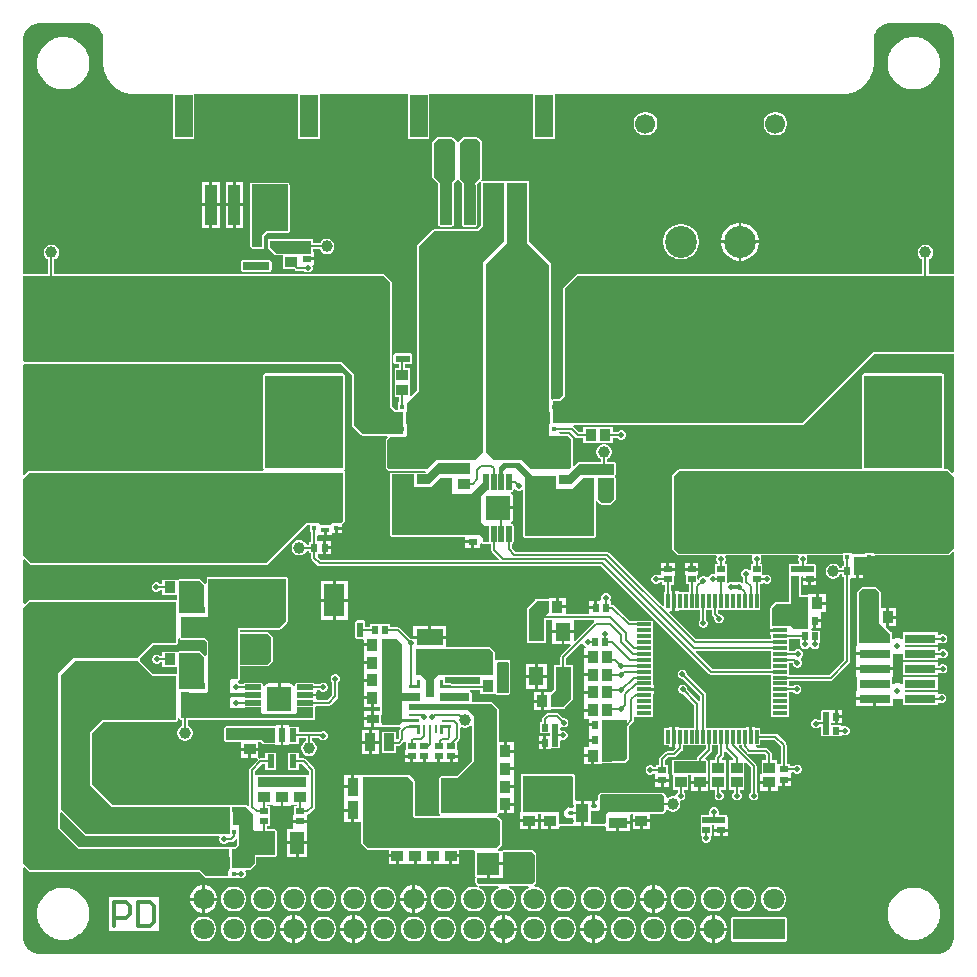
<source format=gbr>
%TF.GenerationSoftware,Altium Limited,Altium Designer,21.6.1 (37)*%
G04 Layer_Physical_Order=1*
G04 Layer_Color=255*
%FSLAX45Y45*%
%MOMM*%
%TF.SameCoordinates,308497C2-864B-4A42-B135-7B231B7309CE*%
%TF.FilePolarity,Positive*%
%TF.FileFunction,Copper,L1,Top,Signal*%
%TF.Part,Single*%
G01*
G75*
%TA.AperFunction,SMDPad,CuDef*%
%ADD10R,0.35000X0.66000*%
%ADD11R,0.35000X0.43000*%
%ADD12R,1.25000X1.10000*%
%ADD13R,0.66000X0.35000*%
%ADD14R,0.43000X0.35000*%
%ADD15R,1.10000X1.25000*%
%ADD16R,0.60000X0.55000*%
%ADD17C,1.00000*%
%ADD18R,0.65000X0.55000*%
%ADD19R,1.00000X0.95000*%
%ADD20R,1.00000X3.40000*%
%ADD21R,1.50000X3.60000*%
G04:AMPARAMS|DCode=22|XSize=0.45mm|YSize=0.3mm|CornerRadius=0.06mm|HoleSize=0mm|Usage=FLASHONLY|Rotation=180.000|XOffset=0mm|YOffset=0mm|HoleType=Round|Shape=RoundedRectangle|*
%AMROUNDEDRECTD22*
21,1,0.45000,0.18000,0,0,180.0*
21,1,0.33000,0.30000,0,0,180.0*
1,1,0.12000,-0.16500,0.09000*
1,1,0.12000,0.16500,0.09000*
1,1,0.12000,0.16500,-0.09000*
1,1,0.12000,-0.16500,-0.09000*
%
%ADD22ROUNDEDRECTD22*%
G04:AMPARAMS|DCode=23|XSize=1mm|YSize=1.6mm|CornerRadius=0.06mm|HoleSize=0mm|Usage=FLASHONLY|Rotation=180.000|XOffset=0mm|YOffset=0mm|HoleType=Round|Shape=RoundedRectangle|*
%AMROUNDEDRECTD23*
21,1,1.00000,1.48000,0,0,180.0*
21,1,0.88000,1.60000,0,0,180.0*
1,1,0.12000,-0.44000,0.74000*
1,1,0.12000,0.44000,0.74000*
1,1,0.12000,0.44000,-0.74000*
1,1,0.12000,-0.44000,-0.74000*
%
%ADD23ROUNDEDRECTD23*%
%ADD24R,1.50000X0.90000*%
G04:AMPARAMS|DCode=25|XSize=0.45mm|YSize=1.4mm|CornerRadius=0.0495mm|HoleSize=0mm|Usage=FLASHONLY|Rotation=0.000|XOffset=0mm|YOffset=0mm|HoleType=Round|Shape=RoundedRectangle|*
%AMROUNDEDRECTD25*
21,1,0.45000,1.30100,0,0,0.0*
21,1,0.35100,1.40000,0,0,0.0*
1,1,0.09900,0.17550,-0.65050*
1,1,0.09900,-0.17550,-0.65050*
1,1,0.09900,-0.17550,0.65050*
1,1,0.09900,0.17550,0.65050*
%
%ADD25ROUNDEDRECTD25*%
%TA.AperFunction,SMDPad,SMDef*%
G04:AMPARAMS|DCode=26|XSize=2.1mm|YSize=2mm|CornerRadius=0.1mm|HoleSize=0mm|Usage=FLASHONLY|Rotation=180.000|XOffset=0mm|YOffset=0mm|HoleType=Round|Shape=RoundedRectangle|*
%AMROUNDEDRECTD26*
21,1,2.10000,1.80000,0,0,180.0*
21,1,1.90000,2.00000,0,0,180.0*
1,1,0.20000,-0.95000,0.90000*
1,1,0.20000,0.95000,0.90000*
1,1,0.20000,0.95000,-0.90000*
1,1,0.20000,-0.95000,-0.90000*
%
%ADD26ROUNDEDRECTD26*%
%TA.AperFunction,SMDPad,CuDef*%
%ADD27R,0.95000X1.00000*%
%ADD28R,0.55000X0.65000*%
%ADD29R,0.42000X0.66000*%
%ADD30R,0.48000X0.48000*%
%ADD31R,12.50000X3.15000*%
%ADD32R,1.52000X1.60000*%
%ADD33R,2.20000X3.20000*%
%ADD34R,0.75000X0.58500*%
%ADD35R,2.60000X2.77000*%
G04:AMPARAMS|DCode=36|XSize=0.45mm|YSize=1.4mm|CornerRadius=0.0495mm|HoleSize=0mm|Usage=FLASHONLY|Rotation=90.000|XOffset=0mm|YOffset=0mm|HoleType=Round|Shape=RoundedRectangle|*
%AMROUNDEDRECTD36*
21,1,0.45000,1.30100,0,0,90.0*
21,1,0.35100,1.40000,0,0,90.0*
1,1,0.09900,0.65050,0.17550*
1,1,0.09900,0.65050,-0.17550*
1,1,0.09900,-0.65050,-0.17550*
1,1,0.09900,-0.65050,0.17550*
%
%ADD36ROUNDEDRECTD36*%
%TA.AperFunction,SMDPad,SMDef*%
G04:AMPARAMS|DCode=37|XSize=2.1mm|YSize=2mm|CornerRadius=0.1mm|HoleSize=0mm|Usage=FLASHONLY|Rotation=270.000|XOffset=0mm|YOffset=0mm|HoleType=Round|Shape=RoundedRectangle|*
%AMROUNDEDRECTD37*
21,1,2.10000,1.80000,0,0,270.0*
21,1,1.90000,2.00000,0,0,270.0*
1,1,0.20000,-0.90000,-0.95000*
1,1,0.20000,-0.90000,0.95000*
1,1,0.20000,0.90000,0.95000*
1,1,0.20000,0.90000,-0.95000*
%
%ADD37ROUNDEDRECTD37*%
%TA.AperFunction,SMDPad,CuDef*%
%ADD38R,0.66000X0.42000*%
%ADD39R,0.48000X0.48000*%
%ADD40R,0.35000X0.66000*%
%ADD41R,1.25000X1.10000*%
%ADD42R,0.35000X0.43000*%
%ADD43R,0.25000X0.80000*%
%ADD44R,0.80000X0.25000*%
%ADD45R,0.92500X0.25000*%
%ADD46R,0.20000X0.22000*%
%TA.AperFunction,BGAPad,CuDef*%
%ADD47R,0.10000X0.10000*%
%TA.AperFunction,SMDPad,CuDef*%
%ADD48R,1.80000X2.80000*%
%ADD49R,2.30000X1.40000*%
%ADD50R,0.65000X0.80000*%
%ADD51R,1.05000X0.80000*%
%ADD52R,0.90000X1.50000*%
%ADD53R,0.30000X1.20000*%
%ADD54R,1.20000X0.30000*%
%ADD55R,0.58500X0.75000*%
%ADD56R,1.30000X1.60000*%
%ADD57R,1.25000X1.85000*%
%ADD58R,0.60000X1.20000*%
%ADD59R,2.62000X0.80000*%
%TA.AperFunction,Conductor*%
%ADD60C,0.20000*%
%TA.AperFunction,NonConductor*%
%ADD61C,0.30000*%
%TA.AperFunction,Conductor*%
%ADD62R,1.90000X1.65000*%
%ADD63R,2.26969X0.65000*%
%ADD64R,4.37500X1.80000*%
%ADD65R,1.30000X0.60000*%
%ADD66R,6.60000X7.90000*%
%ADD67R,2.80000X3.10000*%
%ADD68R,1.00000X2.60000*%
%ADD69R,1.97500X0.55000*%
%ADD70R,1.97500X0.55000*%
%ADD71R,0.55000X1.92500*%
%ADD72R,0.55000X1.65000*%
%ADD73R,3.97500X0.95000*%
%ADD74R,0.50375X1.30000*%
%ADD75R,2.48136X0.70000*%
%ADD76R,1.00000X0.40000*%
%ADD77R,2.70000X1.00000*%
%TA.AperFunction,ComponentPad*%
%ADD78C,1.80000*%
%ADD79C,2.70000*%
%ADD80C,1.70000*%
%ADD81R,1.90000X1.90000*%
%ADD82C,1.90000*%
%ADD83C,0.50000*%
%TA.AperFunction,ViaPad*%
%ADD84C,0.50000*%
%ADD85C,0.40000*%
G36*
X7840494Y7934126D02*
X7865758Y7923661D01*
X7888497Y7908467D01*
X7907833Y7889132D01*
X7923026Y7866393D01*
X7933491Y7841129D01*
X7938826Y7814308D01*
Y7800635D01*
Y5816236D01*
X7725490D01*
Y5939661D01*
X7739911Y5947987D01*
X7752013Y5960089D01*
X7760570Y5974911D01*
X7765000Y5991442D01*
Y6008557D01*
X7760570Y6025089D01*
X7752013Y6039911D01*
X7739911Y6052013D01*
X7725089Y6060570D01*
X7708558Y6065000D01*
X7691443D01*
X7674911Y6060570D01*
X7660089Y6052013D01*
X7647987Y6039911D01*
X7639430Y6025089D01*
X7635000Y6008557D01*
Y5991442D01*
X7639430Y5974911D01*
X7647987Y5960089D01*
X7660089Y5947987D01*
X7674510Y5939661D01*
Y5816236D01*
X4750000Y5816236D01*
X4738519Y5811480D01*
X4637883Y5710844D01*
X4633128Y5699364D01*
Y4792975D01*
X4595139Y4754986D01*
X4549364D01*
X4543894Y4752720D01*
X4531194Y4760134D01*
Y5895042D01*
X4526438Y5906522D01*
X4346236Y6086725D01*
Y6590000D01*
X4341481Y6601480D01*
X4330000Y6606236D01*
X4160000Y6606236D01*
X4154245Y6603852D01*
X4145000Y6602135D01*
X4135755Y6603852D01*
X4130000Y6606236D01*
X3950000D01*
X3945148Y6604226D01*
X3937954Y6614993D01*
X3941481Y6618519D01*
X3946236Y6630000D01*
Y6930000D01*
X3941481Y6941481D01*
X3911481Y6971481D01*
X3900000Y6976236D01*
X3790000D01*
X3778519Y6971481D01*
X3748520Y6941481D01*
X3746873Y6937506D01*
X3733127D01*
X3731480Y6941481D01*
X3701481Y6971481D01*
X3690000Y6976236D01*
X3570000D01*
X3558519Y6971481D01*
X3528519Y6941481D01*
X3523764Y6930000D01*
Y6640000D01*
X3528519Y6628519D01*
X3573128Y6583911D01*
Y6235000D01*
X3574364Y6232015D01*
Y6220000D01*
X3586379D01*
X3589364Y6218764D01*
X3689364D01*
X3692349Y6220000D01*
X3704364D01*
Y6232015D01*
X3705600Y6235000D01*
Y6582639D01*
X3731480Y6608519D01*
X3733127Y6612494D01*
X3746873D01*
X3748520Y6608519D01*
X3773128Y6583911D01*
Y6235000D01*
X3774364Y6232015D01*
Y6220000D01*
X3786380D01*
X3789364Y6218764D01*
X3889364D01*
X3892349Y6220000D01*
X3904364D01*
Y6232015D01*
X3905600Y6235000D01*
Y6582639D01*
X3925007Y6602046D01*
X3935774Y6594852D01*
X3933764Y6590000D01*
Y6226725D01*
X3903275Y6196236D01*
X3540000D01*
X3528519Y6191481D01*
X3397883Y6060844D01*
X3393128Y6049364D01*
Y5415000D01*
X3393128Y4826725D01*
X3347064Y4780661D01*
X3334364Y4785922D01*
Y4900000D01*
Y5025000D01*
X3294854D01*
Y5053764D01*
X3340000D01*
X3351480Y5058519D01*
X3356236Y5070000D01*
Y5130000D01*
X3351480Y5141480D01*
X3340000Y5146236D01*
X3210000D01*
X3198519Y5141480D01*
X3193764Y5130000D01*
Y5070000D01*
X3198519Y5058519D01*
X3210000Y5053764D01*
X3243875D01*
Y5025000D01*
X3204364D01*
Y4900000D01*
Y4775000D01*
X3243875D01*
Y4730000D01*
X3236864D01*
Y4663736D01*
X3218589D01*
X3180600Y4701725D01*
X3180600Y5745636D01*
X3175845Y5757116D01*
X3121480Y5811481D01*
X3110000Y5816236D01*
X325490D01*
Y5939661D01*
X339911Y5947987D01*
X352013Y5960089D01*
X360570Y5974911D01*
X365000Y5991442D01*
Y6008557D01*
X360570Y6025089D01*
X352013Y6039911D01*
X339911Y6052013D01*
X325089Y6060570D01*
X308557Y6065000D01*
X291442D01*
X274911Y6060570D01*
X260089Y6052013D01*
X247987Y6039911D01*
X239430Y6025089D01*
X235000Y6008557D01*
Y5991442D01*
X239430Y5974911D01*
X247987Y5960089D01*
X260089Y5947987D01*
X274510Y5939661D01*
Y5816236D01*
X61174D01*
Y7800635D01*
X61174Y7814308D01*
X66509Y7841128D01*
X76974Y7866393D01*
X92167Y7889132D01*
X111503Y7908467D01*
X134241Y7923661D01*
X159506Y7934126D01*
X186326Y7939460D01*
X200000D01*
X599999Y7939461D01*
X613673Y7939461D01*
X640494Y7934126D01*
X665758Y7923661D01*
X688496Y7908468D01*
X707832Y7889132D01*
X723026Y7866393D01*
X733491Y7841129D01*
X738826Y7814308D01*
X738826Y7600635D01*
X739123Y7599141D01*
X738900Y7597634D01*
X739863Y7578031D01*
X740964Y7573632D01*
Y7569097D01*
X748613Y7530644D01*
X750919Y7525077D01*
X752094Y7519168D01*
X767098Y7482945D01*
X770446Y7477935D01*
X772751Y7472369D01*
X794534Y7439769D01*
X798794Y7435509D01*
X802141Y7430499D01*
X829864Y7402776D01*
X834874Y7399429D01*
X839134Y7395169D01*
X871733Y7373386D01*
X877301Y7371080D01*
X882310Y7367733D01*
X918532Y7352729D01*
X924442Y7351554D01*
X930008Y7349248D01*
X968462Y7341599D01*
X972997D01*
X977395Y7340497D01*
X996999Y7339534D01*
X998505Y7339758D01*
X1000000Y7339461D01*
X1329364D01*
Y6960000D01*
X1509364D01*
Y7339461D01*
X2389364D01*
Y6960000D01*
X2569364D01*
Y7339461D01*
X3319364D01*
Y6960000D01*
X3499364D01*
Y7339461D01*
X4379364D01*
Y6960000D01*
X4559364D01*
Y7339461D01*
X7000000D01*
X7001495Y7339758D01*
X7003003Y7339534D01*
X7022605Y7340498D01*
X7027004Y7341599D01*
X7031538D01*
X7069992Y7349248D01*
X7075558Y7351554D01*
X7081467Y7352730D01*
X7117690Y7367733D01*
X7122700Y7371081D01*
X7128266Y7373387D01*
X7160865Y7395169D01*
X7165126Y7399429D01*
X7170135Y7402776D01*
X7197859Y7430500D01*
X7201206Y7435509D01*
X7205466Y7439770D01*
X7227248Y7472369D01*
X7229555Y7477936D01*
X7232902Y7482946D01*
X7247905Y7519168D01*
X7249081Y7525077D01*
X7251387Y7530643D01*
X7259036Y7569097D01*
Y7573631D01*
X7260137Y7578030D01*
X7261101Y7597633D01*
X7260877Y7599141D01*
X7261174Y7600635D01*
X7261174Y7800635D01*
X7261174Y7814308D01*
X7266509Y7841129D01*
X7276974Y7866393D01*
X7292167Y7889131D01*
X7311503Y7908467D01*
X7334242Y7923661D01*
X7359506Y7934126D01*
X7386326Y7939460D01*
X7400000D01*
X7800000Y7939461D01*
X7813673D01*
X7840494Y7934126D01*
D02*
G37*
G36*
X3930000Y6930000D02*
Y6630000D01*
X3889364Y6589364D01*
Y6235000D01*
X3789364D01*
Y6590636D01*
X3760000Y6620000D01*
Y6930000D01*
X3790000Y6960000D01*
X3900000D01*
X3930000Y6930000D01*
D02*
G37*
G36*
X3720000D02*
Y6620000D01*
X3689364Y6589364D01*
Y6235000D01*
X3589364D01*
Y6590636D01*
X3540000Y6640000D01*
Y6930000D01*
X3570000Y6960000D01*
X3690000D01*
X3720000Y6930000D01*
D02*
G37*
G36*
X7940000Y5160000D02*
X7269364D01*
X7266864Y5162500D01*
X6660614Y4556250D01*
X4549364D01*
Y4738750D01*
X4601864D01*
X4649364Y4786250D01*
Y5699364D01*
X4750000Y5800000D01*
X7940000Y5800000D01*
Y5160000D01*
D02*
G37*
G36*
X3164364Y5745636D02*
X3164364Y4695000D01*
X3211864Y4647500D01*
X3276864D01*
Y4465000D01*
X2934364D01*
X2859364Y4540000D01*
Y4970000D01*
X2759364Y5070000D01*
X71864D01*
X61174Y5080690D01*
Y5800000D01*
X3110000D01*
X3164364Y5745636D01*
D02*
G37*
G36*
X4130000Y6100000D02*
X3950000Y5920000D01*
Y5460636D01*
X3949364Y5460000D01*
X3949364Y4632499D01*
Y4309999D01*
X3881864Y4242500D01*
X3559365D01*
X3485928Y4169063D01*
X3160301Y4169064D01*
X3144364Y4185000D01*
Y4410000D01*
X3174364Y4440000D01*
X3294365Y4440000D01*
X3311864Y4457500D01*
X3311864Y4540000D01*
Y4722500D01*
X3409364Y4820000D01*
X3409364Y5415000D01*
Y6049364D01*
X3540000Y6180000D01*
X3910000D01*
X3950000Y6220000D01*
Y6590000D01*
X4130000D01*
Y6100000D01*
D02*
G37*
G36*
X4330000Y6590000D02*
Y6080000D01*
X4514958Y5895042D01*
Y4447499D01*
X4673708Y4447500D01*
X4698708Y4422500D01*
Y4182500D01*
X4682771Y4166563D01*
X4357144Y4166563D01*
X4278707Y4245000D01*
X4044364Y4245000D01*
X3979957Y4309406D01*
X3979956Y5899956D01*
X4160000Y6080000D01*
Y6230000D01*
Y6590000D01*
X4330000Y6590000D01*
D02*
G37*
G36*
X7938826Y4140729D02*
X7927093Y4135869D01*
X7901481Y4161481D01*
X7890000Y4166236D01*
X7858115D01*
X7855600Y4170000D01*
Y4960000D01*
X7854364Y4962984D01*
Y4973500D01*
X7845970D01*
X7839364Y4976236D01*
X7179364D01*
X7167884Y4971481D01*
X7163128Y4960000D01*
Y4170000D01*
X7160613Y4166236D01*
X5611865D01*
X5600384Y4161481D01*
X5560384Y4121480D01*
X5555628Y4110000D01*
Y3488136D01*
X5560384Y3476655D01*
X5598519Y3438519D01*
X5610000Y3433764D01*
X5929967D01*
X5934794Y3421064D01*
X5929365Y3407957D01*
Y3392044D01*
X5935454Y3377342D01*
X5940097Y3372700D01*
X5934836Y3360000D01*
X5921864D01*
Y3282638D01*
X5909907Y3274202D01*
X5909164Y3274152D01*
X5905494Y3275673D01*
X5889581D01*
X5874880Y3269583D01*
X5863627Y3258331D01*
X5861451Y3253078D01*
X5846470Y3250098D01*
X5842658Y3253910D01*
X5827957Y3260000D01*
X5812043D01*
X5797342Y3253910D01*
X5786090Y3242658D01*
X5780000Y3227957D01*
X5779565Y3227832D01*
X5766865Y3237410D01*
Y3265000D01*
X5776864D01*
Y3305001D01*
X5719364D01*
X5661864D01*
Y3265000D01*
X5671864D01*
Y3190000D01*
X5693875D01*
Y3125000D01*
X5609364D01*
Y3135000D01*
X5581864D01*
Y3050000D01*
Y2965000D01*
X5609364D01*
Y2975000D01*
X5794192D01*
Y2890761D01*
X5786090Y2882658D01*
X5780000Y2867957D01*
Y2852044D01*
X5786090Y2837342D01*
X5797342Y2826090D01*
X5812043Y2820000D01*
X5827957D01*
X5842658Y2826090D01*
X5853910Y2837342D01*
X5860000Y2852044D01*
Y2867957D01*
X5853910Y2882658D01*
X5845172Y2891397D01*
Y2975000D01*
X5893875D01*
Y2938753D01*
X5895815Y2928999D01*
X5901341Y2920729D01*
X5911205Y2910865D01*
X5910000Y2907957D01*
Y2892043D01*
X5916090Y2877342D01*
X5927342Y2866090D01*
X5942043Y2860000D01*
X5957957D01*
X5972658Y2866090D01*
X5983910Y2877342D01*
X5990000Y2892043D01*
Y2907957D01*
X5983910Y2922658D01*
X5972658Y2933910D01*
X5957957Y2940000D01*
X5954166D01*
X5944854Y2949311D01*
Y2975000D01*
X6299364D01*
Y3125000D01*
X6294854D01*
Y3190000D01*
X6316864D01*
Y3196106D01*
X6329564Y3201367D01*
X6332342Y3198589D01*
X6347043Y3192500D01*
X6362957D01*
X6377658Y3198589D01*
X6388910Y3209842D01*
X6395000Y3224543D01*
Y3240456D01*
X6388910Y3255158D01*
X6377658Y3266410D01*
X6362957Y3272500D01*
X6347043D01*
X6332342Y3266410D01*
X6320026Y3271265D01*
X6316865Y3275000D01*
Y3275000D01*
X6316864D01*
Y3360000D01*
X6303893D01*
X6298632Y3372700D01*
X6303275Y3377342D01*
X6309364Y3392044D01*
Y3407957D01*
X6303935Y3421064D01*
X6308762Y3433764D01*
X6619966D01*
X6624794Y3421064D01*
X6619364Y3407957D01*
Y3392044D01*
X6625454Y3377342D01*
X6628860Y3373936D01*
X6623600Y3361236D01*
X6561864D01*
X6558880Y3360000D01*
X6546864D01*
Y3347984D01*
X6545628Y3345000D01*
Y3290000D01*
X6546864Y3287016D01*
Y3275001D01*
X6546864Y3275000D01*
X6544489Y3263284D01*
X6543128Y3260000D01*
Y3041236D01*
X6439364D01*
X6427884Y3036480D01*
X6388519Y2997116D01*
X6383764Y2985635D01*
Y2840000D01*
X6384365Y2838550D01*
Y2812500D01*
X6469365D01*
Y2787500D01*
X6384365D01*
Y2760000D01*
X6394365D01*
Y2725489D01*
X5755426D01*
X5528085Y2952830D01*
X5533875Y2965000D01*
X5556864D01*
Y3050000D01*
Y3135000D01*
X5544854D01*
Y3187500D01*
X5571864D01*
Y3264000D01*
X5581864D01*
Y3305750D01*
X5519364D01*
X5456864D01*
Y3269529D01*
X5444164Y3264268D01*
X5442773Y3265660D01*
X5428071Y3271750D01*
X5412158D01*
X5397457Y3265660D01*
X5386204Y3254408D01*
X5380115Y3239706D01*
Y3223793D01*
X5386204Y3209092D01*
X5397457Y3197839D01*
X5412158Y3191750D01*
X5428071D01*
X5442773Y3197839D01*
X5451193Y3206260D01*
X5466864D01*
Y3187500D01*
X5493875D01*
Y3125000D01*
X5489364D01*
Y3008144D01*
X5477631Y3003284D01*
X5022891Y3458024D01*
X5014622Y3463549D01*
X5004867Y3465490D01*
X4230558D01*
X4199854Y3496194D01*
Y3533762D01*
X4206297Y3538067D01*
X4210707Y3544666D01*
X4212255Y3552450D01*
Y3682550D01*
X4210707Y3690334D01*
X4206297Y3696933D01*
X4199698Y3701342D01*
X4191914Y3702890D01*
X4189220D01*
X4187125Y3709481D01*
X4187107Y3715590D01*
X4197098Y3722266D01*
X4204834Y3733843D01*
X4207550Y3747500D01*
Y3825000D01*
X4076865D01*
Y3850000D01*
X4207550D01*
Y3927500D01*
X4204834Y3941156D01*
X4197098Y3952734D01*
X4187107Y3959409D01*
X4187125Y3965519D01*
X4189220Y3972109D01*
X4191914D01*
X4199698Y3973658D01*
X4206297Y3978067D01*
X4210707Y3984666D01*
X4212255Y3992450D01*
Y3993947D01*
X4215497Y3995733D01*
X4224955Y3997841D01*
X4234206Y3988590D01*
X4248908Y3982500D01*
X4264821D01*
X4279522Y3988590D01*
X4282928Y3991996D01*
X4295628Y3986735D01*
X4295628Y3600000D01*
X4300384Y3588519D01*
X4311864Y3583764D01*
X4891864Y3583764D01*
X4903345Y3588519D01*
X4908100Y3600000D01*
Y3891478D01*
X4920800Y3895603D01*
X4947884Y3868519D01*
X4959364Y3863764D01*
X5029364D01*
X5040845Y3868519D01*
X5070844Y3898519D01*
X5075600Y3909999D01*
Y4090000D01*
X5074984Y4091487D01*
X5071195Y4102501D01*
X5074984Y4113512D01*
X5075600Y4115000D01*
Y4210000D01*
X5070845Y4221481D01*
X5059364Y4226236D01*
X5004854D01*
Y4249661D01*
X5019275Y4257987D01*
X5031377Y4270089D01*
X5039934Y4284911D01*
X5044364Y4301443D01*
Y4318558D01*
X5039934Y4335089D01*
X5031377Y4349911D01*
X5019275Y4362013D01*
X5004453Y4370570D01*
X4987922Y4375000D01*
X4970807D01*
X4954275Y4370570D01*
X4939453Y4362013D01*
X4927351Y4349911D01*
X4918794Y4335089D01*
X4914364Y4318558D01*
Y4301443D01*
X4918794Y4284911D01*
X4927351Y4270089D01*
X4939453Y4257987D01*
X4953875Y4249661D01*
Y4226236D01*
X4771864D01*
X4760383Y4221481D01*
X4727644Y4188741D01*
X4714944Y4194002D01*
Y4422500D01*
X4710188Y4433980D01*
X4685188Y4458980D01*
X4673708Y4463736D01*
X4607723Y4463735D01*
X4599747Y4476435D01*
X4601954Y4481010D01*
X4692306D01*
X4741341Y4431976D01*
X4749610Y4426451D01*
X4759364Y4424510D01*
X4801864D01*
Y4390000D01*
X5051864D01*
Y4429510D01*
X5093921D01*
X5102342Y4421090D01*
X5117043Y4415000D01*
X5132956D01*
X5147658Y4421090D01*
X5158910Y4432342D01*
X5165000Y4447043D01*
Y4462957D01*
X5158910Y4477658D01*
X5147658Y4488910D01*
X5132956Y4495000D01*
X5117043D01*
X5102342Y4488910D01*
X5093921Y4480490D01*
X5051864D01*
Y4520000D01*
X4801864D01*
Y4475490D01*
X4769922D01*
X4720888Y4524524D01*
X4716713Y4527314D01*
X4720565Y4540014D01*
X6660614D01*
X6672095Y4544769D01*
X7271089Y5143764D01*
X7938826D01*
Y4140729D01*
D02*
G37*
G36*
X2843128Y4963275D02*
Y4540000D01*
X2847884Y4528519D01*
X2922883Y4453519D01*
X2934364Y4448764D01*
X3143574D01*
X3148434Y4437031D01*
X3132884Y4421481D01*
X3128128Y4410000D01*
Y4185000D01*
X3132884Y4173519D01*
X3148820Y4157583D01*
X3160301Y4152828D01*
X3460307Y4152827D01*
X3467037Y4140127D01*
X3464396Y4136236D01*
X3396864D01*
X3385384Y4131480D01*
X3380845D01*
X3369364Y4136236D01*
X3179364D01*
X3167884Y4131480D01*
X3163128Y4120000D01*
Y3607500D01*
X3167884Y3596019D01*
X3179364Y3591264D01*
X3804364D01*
Y3564250D01*
X3866865D01*
Y3551750D01*
X3879365D01*
Y3497500D01*
X3929364D01*
Y3530445D01*
X3942064Y3535323D01*
X3951864Y3531264D01*
X4001864Y3531264D01*
X4013219Y3535967D01*
X4024510Y3530592D01*
Y3480000D01*
X4026451Y3470245D01*
X4031976Y3461976D01*
X4086729Y3407223D01*
X4081869Y3395490D01*
X2580558D01*
X2552354Y3423694D01*
Y3432704D01*
X2559365Y3442500D01*
X2599364D01*
Y3500000D01*
X2611864D01*
D01*
X2599364D01*
Y3557500D01*
X2559365D01*
X2551854Y3567089D01*
Y3599800D01*
X2561365Y3607501D01*
X2606864D01*
Y3650000D01*
X2631864D01*
Y3607501D01*
X2677364D01*
Y3620001D01*
X2700364D01*
Y3662500D01*
X2712864D01*
Y3675000D01*
X2759364D01*
Y3692906D01*
X2760845Y3693519D01*
X2780845Y3713519D01*
X2785600Y3725000D01*
Y4135000D01*
X2781449Y4145023D01*
X2780845Y4146480D01*
Y4158519D01*
X2781449Y4159977D01*
X2785600Y4170000D01*
Y4960000D01*
X2780845Y4971481D01*
X2769364Y4976236D01*
X2109364D01*
X2097884Y4971481D01*
X2093128Y4960000D01*
Y4170000D01*
X2095640Y4163936D01*
X2088574Y4151236D01*
X116864D01*
X105384Y4146480D01*
X72908Y4114004D01*
X61174Y4118864D01*
Y5046762D01*
X68686Y5051781D01*
X73874Y5053764D01*
X2752639D01*
X2843128Y4963275D01*
D02*
G37*
G36*
X3839364Y4120000D02*
X3579364D01*
X3499364Y4040000D01*
X3396864D01*
X3396864Y4120000D01*
X3479364D01*
X3574364Y4215000D01*
X3839364D01*
Y4120000D01*
D02*
G37*
G36*
X5059364Y4115000D02*
X4776864D01*
X4696865Y4035000D01*
X4594364D01*
X4594364Y4115000D01*
X4676864D01*
X4771864Y4210000D01*
X5059364D01*
Y4115000D01*
D02*
G37*
G36*
X4001864Y3987500D02*
X3986864D01*
X3939364Y3940000D01*
Y3717500D01*
X3969364Y3687500D01*
X4001864D01*
X4001864Y3547500D01*
X3951864Y3547500D01*
X3951864Y3584999D01*
X3929364Y3607500D01*
X3179364D01*
Y4120000D01*
X3369364D01*
Y4010000D01*
X3509364D01*
X3591864Y4092500D01*
X3689364D01*
Y3950000D01*
X3849364D01*
X3951864Y4052500D01*
Y4127500D01*
X4001864D01*
Y3987500D01*
D02*
G37*
G36*
X5059364Y3909999D02*
X5029364Y3880000D01*
X4959364D01*
X4929364Y3910000D01*
Y4090000D01*
X5059364D01*
Y3909999D01*
D02*
G37*
G36*
X2769364Y3725000D02*
X2749364Y3705000D01*
X2676864Y3705000D01*
X2666864Y3695000D01*
X2571864D01*
X2561864Y3705000D01*
X2454364D01*
X2121864Y3372500D01*
X124364D01*
X61174Y3435690D01*
X61174Y4079310D01*
X116864Y4135000D01*
X2769364D01*
Y3725000D01*
D02*
G37*
G36*
X4371865Y4110000D02*
X4569364D01*
Y4000000D01*
X4711864D01*
X4799364Y4087500D01*
X4891864D01*
Y3600000D01*
X4311864Y3600000D01*
X4311864Y4095000D01*
X4234364Y4172500D01*
X4151864D01*
X4126864Y4147500D01*
Y3987500D01*
X4091864D01*
Y4180000D01*
X4129364Y4217500D01*
X4264364D01*
X4371865Y4110000D01*
D02*
G37*
G36*
X2489365Y3630001D02*
X2500875D01*
Y3547500D01*
X2484364D01*
Y3525490D01*
X2459703D01*
X2451377Y3539911D01*
X2439275Y3552013D01*
X2424453Y3560570D01*
X2407922Y3565000D01*
X2390807D01*
X2374275Y3560570D01*
X2359453Y3552013D01*
X2347351Y3539911D01*
X2338794Y3525089D01*
X2334364Y3508557D01*
Y3491442D01*
X2338794Y3474911D01*
X2347351Y3460089D01*
X2359453Y3447987D01*
X2374275Y3439430D01*
X2390807Y3435000D01*
X2407922D01*
X2424453Y3439430D01*
X2439275Y3447987D01*
X2451377Y3460089D01*
X2459703Y3474510D01*
X2484364D01*
Y3452500D01*
X2501374D01*
Y3413136D01*
X2503315Y3403381D01*
X2508840Y3395112D01*
X2551976Y3351976D01*
X2560245Y3346451D01*
X2570000Y3344510D01*
X4951172D01*
X5863707Y2431976D01*
X5871976Y2426450D01*
X5881731Y2424510D01*
X6394365D01*
Y2370000D01*
Y2270000D01*
Y2170000D01*
Y2070000D01*
X6544364D01*
Y2170000D01*
Y2274510D01*
X6578922D01*
X6587342Y2266090D01*
X6602043Y2260000D01*
X6617957D01*
X6632658Y2266090D01*
X6643910Y2277342D01*
X6650000Y2292043D01*
Y2307957D01*
X6643910Y2322658D01*
X6632658Y2333910D01*
X6617957Y2340000D01*
X6602043D01*
X6587342Y2333910D01*
X6578921Y2325489D01*
X6544364D01*
Y2374510D01*
X6899364D01*
X6909119Y2376450D01*
X6917388Y2381976D01*
X7054888Y2519476D01*
X7060414Y2527746D01*
X7062354Y2537500D01*
Y3232704D01*
X7069365Y3242500D01*
X7109364D01*
Y3300000D01*
X7121864D01*
Y3312500D01*
X7174364D01*
Y3357500D01*
X7183957Y3365000D01*
X7190364D01*
Y3377500D01*
X7213364D01*
Y3420000D01*
X7225864D01*
Y3432500D01*
X7272364D01*
Y3433764D01*
X7890000D01*
X7901481Y3438519D01*
X7927093Y3464132D01*
X7938826Y3459271D01*
Y200636D01*
X7938826Y186962D01*
X7933491Y160141D01*
X7923026Y134877D01*
X7907832Y112138D01*
X7888497Y92802D01*
X7865758Y77609D01*
X7840493Y67144D01*
X7813673Y61809D01*
X7800001Y61809D01*
X200001D01*
X186327Y61809D01*
X159506Y67144D01*
X134241Y77609D01*
X111503Y92803D01*
X92168Y112138D01*
X76974Y134877D01*
X66509Y160141D01*
X61174Y186961D01*
Y200635D01*
Y790289D01*
X72940Y795070D01*
X106718Y760368D01*
X108519Y756019D01*
X120000Y751263D01*
X1553275D01*
X1597519Y707019D01*
X1608999Y702264D01*
X1796864D01*
X1799849Y703500D01*
X1811863Y703500D01*
Y703500D01*
X1811865D01*
X1811865Y703500D01*
X1876864D01*
X1876864Y703500D01*
X1889564Y703870D01*
X1898908Y700000D01*
X1914821D01*
X1929522Y706090D01*
X1940774Y717342D01*
X1946864Y732043D01*
Y747957D01*
X1941435Y761064D01*
X1946262Y773764D01*
X1979364D01*
X1990845Y778519D01*
X2030845Y818519D01*
X2035600Y830000D01*
Y883764D01*
X2189364D01*
X2200845Y888519D01*
X2205600Y900000D01*
Y1100000D01*
X2200845Y1111481D01*
X2189364Y1116236D01*
X2127354D01*
Y1140000D01*
X2149364D01*
Y1212300D01*
X2149364Y1224999D01*
X2149365D01*
Y1225000D01*
X2149364D01*
Y1309999D01*
X2127354D01*
Y1325000D01*
X2166864D01*
X2176864Y1318482D01*
Y1315000D01*
X2239364D01*
Y1387500D01*
X2264364D01*
Y1315000D01*
X2326864D01*
Y1318482D01*
X2336864Y1325000D01*
X2376374D01*
Y1309999D01*
X2354364D01*
Y1234999D01*
X2344364D01*
Y1195000D01*
X2401864D01*
X2459364D01*
Y1234999D01*
X2468985Y1242432D01*
X2476618Y1243950D01*
X2484888Y1249476D01*
X2522388Y1286976D01*
X2527913Y1295245D01*
X2529854Y1305000D01*
Y1620000D01*
X2527913Y1629754D01*
X2522388Y1638024D01*
X2452388Y1708024D01*
X2444119Y1713549D01*
X2434364Y1715489D01*
X2391864D01*
Y1765000D01*
X2301864D01*
Y1615000D01*
X2391864D01*
Y1664510D01*
X2423806D01*
X2478874Y1609442D01*
Y1576664D01*
X2466863Y1575000D01*
Y1575000D01*
X2452349D01*
X2449364Y1576236D01*
X2051864D01*
X2048880Y1575000D01*
X2036864D01*
Y1575000D01*
X2024853Y1576664D01*
Y1609442D01*
X2079921Y1664510D01*
X2111864D01*
Y1615000D01*
X2201864D01*
Y1765000D01*
X2111864D01*
Y1715489D01*
X2069363D01*
X2064840Y1714590D01*
X2056957Y1717008D01*
X2052709Y1722546D01*
X2051864Y1729862D01*
X2051864Y1734488D01*
Y1782500D01*
X1989363D01*
Y1722500D01*
X2039639D01*
X2040025Y1722500D01*
X2040026Y1722500D01*
X2042048Y1722500D01*
X2051795Y1710483D01*
X2051340Y1708026D01*
X2051339Y1708024D01*
X2049360Y1706044D01*
X1981340Y1638024D01*
X1975814Y1629755D01*
X1973874Y1620000D01*
Y1321411D01*
X1961174Y1316151D01*
X1958344Y1318981D01*
X1946864Y1323736D01*
X1828100D01*
X1819982Y1320374D01*
X1811864Y1323736D01*
X818589D01*
X645600Y1496725D01*
X645600Y1933275D01*
X736089Y2023764D01*
X1354364D01*
X1365845Y2028519D01*
X1370600Y2040000D01*
Y2054585D01*
X1383128Y2055000D01*
X1387884Y2043519D01*
X1399364Y2038764D01*
X1403875D01*
Y1990339D01*
X1389453Y1982013D01*
X1377351Y1969911D01*
X1368794Y1955089D01*
X1364364Y1938557D01*
Y1921442D01*
X1368794Y1904911D01*
X1377351Y1890089D01*
X1389453Y1877987D01*
X1404275Y1869430D01*
X1420807Y1865000D01*
X1437922D01*
X1454453Y1869430D01*
X1469275Y1877987D01*
X1481377Y1890089D01*
X1489934Y1904911D01*
X1494364Y1921442D01*
Y1938557D01*
X1489934Y1955089D01*
X1481377Y1969911D01*
X1469275Y1982013D01*
X1454854Y1990339D01*
Y2038764D01*
X2516864D01*
X2528345Y2043519D01*
X2533100Y2055000D01*
Y2145000D01*
X2531315Y2149310D01*
X2539409Y2162010D01*
X2651864D01*
X2661619Y2163950D01*
X2669888Y2169476D01*
X2722388Y2221976D01*
X2727914Y2230246D01*
X2729854Y2240000D01*
Y2358921D01*
X2738274Y2367342D01*
X2744364Y2382043D01*
Y2397957D01*
X2738274Y2412658D01*
X2727022Y2423910D01*
X2712321Y2430000D01*
X2696408D01*
X2681706Y2423910D01*
X2670454Y2412658D01*
X2664364Y2397957D01*
Y2382043D01*
X2670454Y2367342D01*
X2678875Y2358921D01*
Y2250558D01*
X2641306Y2212989D01*
X2548535D01*
X2545206Y2217057D01*
X2540609Y2225690D01*
X2542451Y2234950D01*
Y2240000D01*
X2446864D01*
Y2265000D01*
X2542451D01*
Y2270050D01*
X2540609Y2279310D01*
X2545206Y2287943D01*
X2548535Y2292010D01*
X2570786D01*
X2579206Y2283590D01*
X2593908Y2277500D01*
X2609821D01*
X2624522Y2283590D01*
X2635775Y2294842D01*
X2641864Y2309543D01*
Y2325456D01*
X2635775Y2340158D01*
X2624522Y2351410D01*
X2609821Y2357500D01*
X2593908D01*
X2579206Y2351410D01*
X2570786Y2342989D01*
X2530602D01*
X2526297Y2349433D01*
X2519698Y2353842D01*
X2511914Y2355391D01*
X2381814D01*
X2374030Y2353842D01*
X2367431Y2349433D01*
X2363022Y2342834D01*
X2361473Y2335050D01*
Y2332355D01*
X2354883Y2330261D01*
X2348773Y2330243D01*
X2342098Y2340234D01*
X2330520Y2347969D01*
X2316864Y2350686D01*
X2239364D01*
Y2219999D01*
X2214364D01*
Y2350686D01*
X2136864D01*
X2123208Y2347969D01*
X2111630Y2340234D01*
X2104955Y2330243D01*
X2098845Y2330261D01*
X2092255Y2332355D01*
Y2335050D01*
X2090706Y2342834D01*
X2086297Y2349433D01*
X2079698Y2353842D01*
X2071914Y2355391D01*
X1941814D01*
X1934030Y2353842D01*
X1927431Y2349433D01*
X1923126Y2342989D01*
X1895443D01*
X1887022Y2351410D01*
X1875787Y2356064D01*
X1876661Y2366364D01*
X1877589Y2369064D01*
X1888345Y2373520D01*
X1893100Y2385000D01*
Y2489578D01*
X1899364Y2493764D01*
X2129364D01*
X2140845Y2498520D01*
X2170845Y2528519D01*
X2175600Y2540000D01*
Y2740000D01*
X2170845Y2751481D01*
X2140845Y2781481D01*
X2129364Y2786236D01*
X1899364D01*
X1893100Y2790422D01*
Y2806264D01*
X2229364D01*
X2240844Y2811019D01*
X2295845Y2866019D01*
X2300600Y2877499D01*
X2300600Y3237499D01*
X2295845Y3248980D01*
X2284364Y3253735D01*
X1629364Y3253736D01*
X1617884Y3248981D01*
X1613128Y3237500D01*
Y3199657D01*
X1600428Y3194396D01*
X1568344Y3226480D01*
X1556864Y3231236D01*
X1379364Y3231236D01*
X1376380Y3230000D01*
X1239364D01*
Y3190490D01*
X1217943D01*
X1209522Y3198910D01*
X1194821Y3205000D01*
X1178907D01*
X1164206Y3198910D01*
X1152954Y3187658D01*
X1146864Y3172957D01*
Y3157043D01*
X1152954Y3142342D01*
X1164206Y3131090D01*
X1178907Y3125000D01*
X1194821D01*
X1209522Y3131090D01*
X1217943Y3139510D01*
X1239364D01*
Y3100000D01*
X1363128D01*
Y3062092D01*
X1354364Y3056236D01*
X111864Y3056236D01*
X100383Y3051480D01*
X72908Y3024004D01*
X61174Y3028864D01*
Y3396135D01*
X72908Y3400995D01*
X112884Y3361019D01*
X124364Y3356264D01*
X2121864D01*
X2133345Y3361019D01*
X2461089Y3688764D01*
X2489365D01*
Y3630001D01*
D02*
G37*
G36*
X7940000Y4100000D02*
X7940000Y3500000D01*
X7890000Y3450000D01*
X7262364D01*
Y3452500D01*
X7189365D01*
Y3450000D01*
X7075364D01*
Y3452500D01*
X7002365D01*
Y3450000D01*
X5610000D01*
X5571864Y3488136D01*
Y4110000D01*
X5611865Y4150000D01*
X7890000D01*
X7940000Y4100000D01*
D02*
G37*
G36*
X7002365Y3387500D02*
X7012375D01*
Y3347500D01*
X6994364D01*
Y3325490D01*
X6979703D01*
X6971377Y3339911D01*
X6959275Y3352013D01*
X6944453Y3360570D01*
X6927922Y3365000D01*
X6910807D01*
X6894275Y3360570D01*
X6879454Y3352013D01*
X6867352Y3339911D01*
X6858794Y3325089D01*
X6854364Y3308558D01*
Y3291442D01*
X6858794Y3274911D01*
X6867352Y3260089D01*
X6879454Y3247987D01*
X6894275Y3239430D01*
X6910807Y3235000D01*
X6927922D01*
X6944453Y3239430D01*
X6959275Y3247987D01*
X6971377Y3260089D01*
X6979703Y3274510D01*
X6994364D01*
Y3252500D01*
X7011375D01*
Y2548058D01*
X6888806Y2425489D01*
X6544364D01*
Y2524510D01*
X6573395D01*
X6575829Y2522076D01*
Y2515579D01*
X6581919Y2500877D01*
X6593171Y2489625D01*
X6607872Y2483536D01*
X6623785D01*
X6638487Y2489625D01*
X6649739Y2500877D01*
X6655829Y2515579D01*
Y2531492D01*
X6649739Y2546194D01*
X6643130Y2552802D01*
X6642164Y2564394D01*
X6644229Y2568297D01*
X6653274Y2577342D01*
X6659364Y2592043D01*
Y2607956D01*
X6653274Y2622658D01*
X6642022Y2633910D01*
X6627321Y2640000D01*
X6611408D01*
X6596706Y2633910D01*
X6588285Y2625489D01*
X6544364D01*
Y2724510D01*
X6634365D01*
Y2702500D01*
X6634364D01*
X6639627Y2694625D01*
X6636864Y2687957D01*
Y2672043D01*
X6642954Y2657342D01*
X6654206Y2646090D01*
X6668908Y2640000D01*
X6684821D01*
X6699522Y2646090D01*
X6710774Y2657342D01*
X6712491Y2661486D01*
X6726238D01*
X6727954Y2657342D01*
X6739206Y2646090D01*
X6753908Y2640000D01*
X6769821D01*
X6784522Y2646090D01*
X6795775Y2657342D01*
X6801864Y2672043D01*
Y2687957D01*
X6799102Y2694624D01*
X6804365Y2702500D01*
X6804364D01*
Y2797500D01*
X6737803D01*
X6730488Y2809104D01*
X6734842Y2817500D01*
X6750115D01*
Y2880001D01*
X6762615D01*
Y2892500D01*
X6816864D01*
Y2942500D01*
X6816865D01*
X6817347Y2955000D01*
X6854364D01*
Y3017500D01*
X6781864D01*
Y3030000D01*
X6769364D01*
Y3105000D01*
X6709364D01*
Y3096236D01*
X6645600D01*
Y3254866D01*
X6654930Y3263641D01*
X6657334Y3264579D01*
X6661864Y3263205D01*
Y3244999D01*
X6719365D01*
X6776864D01*
Y3285000D01*
X6776865D01*
X6774806Y3288081D01*
X6775600Y3290000D01*
Y3345000D01*
X6770845Y3356480D01*
X6766864Y3358129D01*
Y3360000D01*
X6762348D01*
X6759364Y3361236D01*
X6695129D01*
X6689869Y3373936D01*
X6693275Y3377342D01*
X6699364Y3392044D01*
Y3407957D01*
X6693935Y3421064D01*
X6698762Y3433764D01*
X7002365D01*
Y3387500D01*
D02*
G37*
G36*
X6234794Y3421064D02*
X6229364Y3407957D01*
Y3392044D01*
X6235454Y3377342D01*
X6240096Y3372700D01*
X6234836Y3360000D01*
X6221864D01*
Y3312665D01*
X6209164Y3307404D01*
X6202658Y3313910D01*
X6187957Y3320000D01*
X6172044D01*
X6157342Y3313910D01*
X6146090Y3302658D01*
X6140000Y3287957D01*
Y3272043D01*
X6146090Y3257342D01*
X6154510Y3248921D01*
Y3213709D01*
X6151315Y3210221D01*
X6143088Y3204694D01*
X6139364Y3206236D01*
X6136408D01*
X6127321Y3210000D01*
X6111408D01*
X6102321Y3206236D01*
X6067044D01*
X6057957Y3210000D01*
X6042044D01*
X6029565Y3204831D01*
X6016865Y3210026D01*
Y3262300D01*
X6016865Y3274999D01*
X6016865D01*
Y3275001D01*
X6016865D01*
Y3360000D01*
X6003893D01*
X5998632Y3372700D01*
X6003275Y3377342D01*
X6009364Y3392044D01*
Y3407957D01*
X6003935Y3421064D01*
X6008762Y3433764D01*
X6229966D01*
X6234794Y3421064D01*
D02*
G37*
G36*
X1556864Y3215000D02*
X1594364Y3177500D01*
Y2942500D01*
X1379364D01*
Y3215000D01*
X1556864Y3215000D01*
D02*
G37*
G36*
X6629364Y3080000D02*
X6709364D01*
Y2812500D01*
X6586864D01*
X6559364Y2840000D01*
X6400000D01*
Y2985635D01*
X6439364Y3025000D01*
X6559364D01*
Y3260000D01*
X6629364D01*
Y3080000D01*
D02*
G37*
G36*
X1384864Y2731500D02*
X1387883Y2726019D01*
X1399364Y2721264D01*
X1592639D01*
X1613128Y2700775D01*
Y2589658D01*
X1600428Y2584397D01*
X1565845Y2618981D01*
X1554364Y2623736D01*
X1379364D01*
X1370344Y2620000D01*
X1239364D01*
Y2580490D01*
X1222943D01*
X1214522Y2588910D01*
X1199821Y2595000D01*
X1183907D01*
X1169206Y2588910D01*
X1157954Y2577658D01*
X1151864Y2562957D01*
Y2547043D01*
X1157954Y2532342D01*
X1169206Y2521090D01*
X1183907Y2515000D01*
X1199821D01*
X1214522Y2521090D01*
X1222943Y2529510D01*
X1239364D01*
Y2490000D01*
X1363128D01*
Y2437092D01*
X1354364Y2431236D01*
X1161089D01*
X1048383Y2543942D01*
X1048383Y2561058D01*
X1161089Y2673764D01*
X1354364D01*
X1365845Y2678519D01*
X1370600Y2690000D01*
Y2724543D01*
X1383300Y2732302D01*
X1384864Y2731500D01*
D02*
G37*
G36*
X2159364Y2740000D02*
Y2540000D01*
X2129364Y2510000D01*
X1899364D01*
Y2770000D01*
X2129364D01*
X2159364Y2740000D01*
D02*
G37*
G36*
X6394365Y2570000D02*
Y2475489D01*
X5892289D01*
X5755001Y2612777D01*
X5759862Y2624510D01*
X6394365D01*
Y2570000D01*
D02*
G37*
G36*
X1594364Y2567500D02*
Y2300000D01*
X1379364D01*
Y2607500D01*
X1554364D01*
X1594364Y2567500D01*
D02*
G37*
G36*
X2284364Y3237499D02*
X2284364Y2877499D01*
X2229364Y2822500D01*
X1876864D01*
Y2385000D01*
X1821864D01*
X1809364Y2372500D01*
X1809364Y2280000D01*
X1819364Y2270000D01*
X2076864Y2270000D01*
Y2235000D01*
X1819364D01*
X1809364Y2225000D01*
Y2152500D01*
X1821864Y2140000D01*
X2076864D01*
Y2102500D01*
X2091862Y2087500D01*
X2359364D01*
X2376864Y2105000D01*
Y2145000D01*
X2516864D01*
Y2055000D01*
X1399364D01*
Y2272500D01*
X1619364D01*
X1629364Y2282500D01*
Y2707500D01*
X1599364Y2737500D01*
X1399364D01*
Y2915000D01*
X1629364D01*
Y3237500D01*
X2284364Y3237499D01*
D02*
G37*
G36*
X1029364Y2540000D02*
X1154364Y2415000D01*
X1354364D01*
Y2040000D01*
X729364D01*
X629364Y1940000D01*
X629364Y1490000D01*
X811864Y1307500D01*
X1811864D01*
X1811864Y1075000D01*
X594364D01*
X381864Y1287500D01*
X381864Y2425000D01*
X496864Y2540000D01*
X529364D01*
X1029364Y2540000D01*
D02*
G37*
G36*
X582884Y1063520D02*
X594364Y1058764D01*
X1714966D01*
X1722722Y1046064D01*
X1719364Y1037957D01*
Y1022043D01*
X1725454Y1007342D01*
X1736706Y996090D01*
X1751407Y990000D01*
X1767321D01*
X1782022Y996090D01*
X1790443Y1004510D01*
X1819364D01*
X1829119Y1006451D01*
X1837388Y1011976D01*
X1860428Y1035016D01*
X1868161Y1033328D01*
X1873128Y1030190D01*
Y986089D01*
X1851775Y964736D01*
X1826864D01*
X1823880Y963500D01*
X1811865D01*
X1811864Y963500D01*
X1801864Y966236D01*
X536725D01*
X375600Y1127361D01*
Y1254209D01*
X387333Y1259069D01*
X582884Y1063520D01*
D02*
G37*
G36*
X2009364Y1245000D02*
Y1110000D01*
X2019364Y1100000D01*
X2189364D01*
Y900000D01*
X2019364D01*
Y830000D01*
X1979364Y790000D01*
X1828364D01*
Y903500D01*
X1826864D01*
Y948500D01*
X1858500D01*
X1889364Y979364D01*
Y1150000D01*
X1839364D01*
Y1262500D01*
X1828100D01*
Y1307500D01*
X1946864D01*
X2009364Y1245000D01*
D02*
G37*
G36*
X1354364Y2690000D02*
X1154364D01*
X1029364Y2565000D01*
X484365D01*
X359364Y2440000D01*
Y1120636D01*
X530000Y950000D01*
X1801864D01*
Y767499D01*
X1796864Y762499D01*
Y718500D01*
X1608999D01*
X1560000Y767499D01*
X120000D01*
Y770000D01*
X61174Y830435D01*
Y2989309D01*
X111864Y3040000D01*
X1354364Y3040000D01*
Y2690000D01*
D02*
G37*
%LPC*%
G36*
X7615759Y7821810D02*
X7584242D01*
X7578332Y7820635D01*
X7572307D01*
X7541395Y7814486D01*
X7535828Y7812180D01*
X7529919Y7811005D01*
X7500801Y7798944D01*
X7495791Y7795596D01*
X7490225Y7793290D01*
X7464019Y7775780D01*
X7459758Y7771520D01*
X7454749Y7768172D01*
X7432463Y7745886D01*
X7429115Y7740877D01*
X7424855Y7736616D01*
X7407345Y7710411D01*
X7405039Y7704844D01*
X7401692Y7699834D01*
X7389630Y7670716D01*
X7388455Y7664806D01*
X7386149Y7659240D01*
X7380000Y7628328D01*
Y7622303D01*
X7378825Y7616393D01*
Y7584876D01*
X7380000Y7578967D01*
Y7572942D01*
X7386149Y7542030D01*
X7388455Y7536463D01*
X7389630Y7530553D01*
X7401692Y7501436D01*
X7405039Y7496426D01*
X7407345Y7490860D01*
X7424855Y7464654D01*
X7429115Y7460393D01*
X7432463Y7455383D01*
X7454749Y7433097D01*
X7459758Y7429750D01*
X7464019Y7425489D01*
X7490225Y7407979D01*
X7495791Y7405674D01*
X7500801Y7402326D01*
X7529919Y7390265D01*
X7535829Y7389090D01*
X7541395Y7386784D01*
X7572307Y7380635D01*
X7578332D01*
X7584242Y7379460D01*
X7615759D01*
X7621669Y7380635D01*
X7627693D01*
X7658605Y7386784D01*
X7664172Y7389090D01*
X7670082Y7390265D01*
X7699199Y7402326D01*
X7704209Y7405674D01*
X7709776Y7407979D01*
X7735981Y7425489D01*
X7740242Y7429750D01*
X7745252Y7433097D01*
X7767538Y7455383D01*
X7770885Y7460393D01*
X7775146Y7464654D01*
X7792656Y7490859D01*
X7794962Y7496426D01*
X7798309Y7501436D01*
X7810370Y7530554D01*
X7811545Y7536463D01*
X7813851Y7542030D01*
X7820000Y7572941D01*
Y7578967D01*
X7821176Y7584876D01*
Y7616393D01*
X7820000Y7622303D01*
Y7628328D01*
X7813851Y7659240D01*
X7811545Y7664807D01*
X7810370Y7670716D01*
X7798309Y7699834D01*
X7794962Y7704844D01*
X7792656Y7710410D01*
X7775146Y7736616D01*
X7770885Y7740877D01*
X7767538Y7745886D01*
X7745252Y7768172D01*
X7740242Y7771520D01*
X7735981Y7775780D01*
X7709776Y7793290D01*
X7704209Y7795596D01*
X7699199Y7798944D01*
X7670081Y7811005D01*
X7664172Y7812180D01*
X7658605Y7814486D01*
X7627694Y7820635D01*
X7621668D01*
X7615759Y7821810D01*
D02*
G37*
G36*
X415759D02*
X384242D01*
X378332Y7820635D01*
X372307D01*
X341395Y7814486D01*
X335828Y7812180D01*
X329919Y7811005D01*
X300801Y7798944D01*
X295791Y7795596D01*
X290225Y7793290D01*
X264019Y7775780D01*
X259758Y7771520D01*
X254749Y7768172D01*
X232463Y7745886D01*
X229115Y7740877D01*
X224855Y7736616D01*
X207345Y7710411D01*
X205039Y7704844D01*
X201691Y7699834D01*
X189630Y7670716D01*
X188455Y7664806D01*
X186149Y7659240D01*
X180000Y7628328D01*
Y7622303D01*
X178825Y7616393D01*
Y7584876D01*
X180000Y7578967D01*
Y7572942D01*
X186149Y7542030D01*
X188455Y7536463D01*
X189630Y7530553D01*
X201691Y7501436D01*
X205039Y7496426D01*
X207345Y7490860D01*
X224855Y7464654D01*
X229115Y7460393D01*
X232463Y7455383D01*
X254749Y7433097D01*
X259758Y7429750D01*
X264019Y7425489D01*
X290224Y7407979D01*
X295791Y7405674D01*
X300801Y7402326D01*
X329919Y7390265D01*
X335829Y7389090D01*
X341395Y7386784D01*
X372307Y7380635D01*
X378332D01*
X384242Y7379460D01*
X415759D01*
X421668Y7380635D01*
X427693D01*
X458605Y7386784D01*
X464172Y7389090D01*
X470082Y7390265D01*
X499199Y7402326D01*
X504209Y7405674D01*
X509775Y7407979D01*
X535981Y7425489D01*
X540242Y7429750D01*
X545252Y7433097D01*
X567538Y7455383D01*
X570885Y7460393D01*
X575146Y7464654D01*
X592656Y7490859D01*
X594961Y7496426D01*
X598309Y7501436D01*
X610370Y7530554D01*
X611545Y7536463D01*
X613851Y7542030D01*
X620000Y7572941D01*
Y7578967D01*
X621176Y7584876D01*
Y7616393D01*
X620000Y7622303D01*
Y7628328D01*
X613851Y7659240D01*
X611545Y7664807D01*
X610370Y7670716D01*
X598309Y7699834D01*
X594961Y7704844D01*
X592656Y7710410D01*
X575146Y7736616D01*
X570885Y7740877D01*
X567538Y7745886D01*
X545252Y7768172D01*
X540242Y7771520D01*
X535981Y7775780D01*
X509776Y7793290D01*
X504209Y7795596D01*
X499199Y7798944D01*
X470081Y7811005D01*
X464172Y7812180D01*
X458605Y7814486D01*
X427694Y7820635D01*
X421668D01*
X415759Y7821810D01*
D02*
G37*
G36*
X6442529Y7190000D02*
X6416199D01*
X6390766Y7183185D01*
X6367963Y7170020D01*
X6349344Y7151401D01*
X6336179Y7128598D01*
X6329364Y7103165D01*
Y7076835D01*
X6336179Y7051402D01*
X6349344Y7028599D01*
X6367963Y7009980D01*
X6390766Y6996815D01*
X6416199Y6990000D01*
X6442529D01*
X6467962Y6996815D01*
X6490765Y7009980D01*
X6509384Y7028599D01*
X6522549Y7051402D01*
X6529364Y7076835D01*
Y7103165D01*
X6522549Y7128598D01*
X6509384Y7151401D01*
X6490765Y7170020D01*
X6467962Y7183185D01*
X6442529Y7190000D01*
D02*
G37*
G36*
X5342530D02*
X5316199D01*
X5290766Y7183185D01*
X5267963Y7170020D01*
X5249345Y7151401D01*
X5236179Y7128598D01*
X5229364Y7103165D01*
Y7076835D01*
X5236179Y7051402D01*
X5249345Y7028599D01*
X5267963Y7009980D01*
X5290766Y6996815D01*
X5316199Y6990000D01*
X5342530D01*
X5367963Y6996815D01*
X5390765Y7009980D01*
X5409384Y7028599D01*
X5422549Y7051402D01*
X5429364Y7076835D01*
Y7103165D01*
X5422549Y7128598D01*
X5409384Y7151401D01*
X5390765Y7170020D01*
X5367963Y7183185D01*
X5342530Y7190000D01*
D02*
G37*
G36*
X1724364Y6600000D02*
X1661864D01*
Y6417500D01*
X1724364D01*
Y6600000D01*
D02*
G37*
G36*
X1924364D02*
X1861863D01*
Y6417500D01*
X1924364D01*
Y6600000D01*
D02*
G37*
G36*
X1836864D02*
X1774364D01*
Y6417500D01*
X1836864D01*
Y6600000D01*
D02*
G37*
G36*
X1636865D02*
X1574364D01*
Y6417500D01*
X1636865D01*
Y6600000D01*
D02*
G37*
G36*
X1924364Y6392501D02*
X1861863D01*
Y6210000D01*
X1924364D01*
Y6392501D01*
D02*
G37*
G36*
X1836864D02*
X1774364D01*
Y6210000D01*
X1836864D01*
Y6392501D01*
D02*
G37*
G36*
X1724364D02*
X1661864D01*
Y6210000D01*
X1724364D01*
Y6392501D01*
D02*
G37*
G36*
X1636865D02*
X1574364D01*
Y6210000D01*
X1636865D01*
Y6392501D01*
D02*
G37*
G36*
X6145123Y6250000D02*
X6141864D01*
Y6102499D01*
X6289364D01*
Y6105759D01*
X6283216Y6136670D01*
X6271154Y6165789D01*
X6253644Y6191994D01*
X6231358Y6214280D01*
X6205153Y6231790D01*
X6176034Y6243851D01*
X6145123Y6250000D01*
D02*
G37*
G36*
X6116864D02*
X6113606D01*
X6082694Y6243851D01*
X6053576Y6231790D01*
X6027370Y6214280D01*
X6005084Y6191994D01*
X5987574Y6165789D01*
X5975513Y6136670D01*
X5969364Y6105759D01*
Y6102499D01*
X6116864D01*
Y6250000D01*
D02*
G37*
G36*
X2299364Y6591236D02*
X1999364D01*
X1996379Y6590000D01*
X1984364D01*
Y6577985D01*
X1983128Y6575000D01*
Y6050636D01*
X1987883Y6039156D01*
X1993520Y6033519D01*
X2005000Y6028764D01*
X2081968D01*
X2084953Y6030000D01*
X2096968D01*
Y6042016D01*
X2098204Y6045000D01*
Y6135243D01*
X2126725Y6163764D01*
X2300000D01*
X2311481Y6168520D01*
X2316236Y6180000D01*
Y6574364D01*
X2314364Y6578884D01*
Y6590000D01*
X2302349D01*
X2299364Y6591236D01*
D02*
G37*
G36*
X2500000Y6116236D02*
X2151969D01*
X2148984Y6115000D01*
X2136969D01*
Y6102984D01*
X2135733Y6100000D01*
Y6045000D01*
X2136969Y6042016D01*
Y6030000D01*
X2144007D01*
X2195488Y5978519D01*
X2206969Y5973764D01*
X2261969D01*
Y5855000D01*
X2357626D01*
X2360650Y5851976D01*
X2368919Y5846451D01*
X2378673Y5844510D01*
X2438921D01*
X2447342Y5836090D01*
X2462043Y5830000D01*
X2477956D01*
X2492658Y5836090D01*
X2503910Y5847342D01*
X2510000Y5862043D01*
Y5877956D01*
X2508201Y5882300D01*
X2516687Y5895000D01*
X2524468D01*
Y5935000D01*
X2466968D01*
Y5960000D01*
X2524468D01*
Y6000000D01*
X2516236D01*
Y6024510D01*
X2569661D01*
X2577987Y6010089D01*
X2590089Y5997987D01*
X2604911Y5989430D01*
X2621443Y5985000D01*
X2638558D01*
X2655089Y5989430D01*
X2669911Y5997987D01*
X2682013Y6010089D01*
X2690570Y6024911D01*
X2695000Y6041443D01*
Y6058558D01*
X2690570Y6075089D01*
X2682013Y6089911D01*
X2669911Y6102013D01*
X2655089Y6110570D01*
X2638558Y6115000D01*
X2621443D01*
X2604911Y6110570D01*
X2590089Y6102013D01*
X2577987Y6089911D01*
X2569661Y6075490D01*
X2516236D01*
Y6100000D01*
X2511481Y6111481D01*
X2500000Y6116236D01*
D02*
G37*
G36*
X5644138Y6240000D02*
X5614590D01*
X5585611Y6234235D01*
X5558312Y6222928D01*
X5533745Y6206513D01*
X5512852Y6185619D01*
X5496436Y6161052D01*
X5485129Y6133753D01*
X5479364Y6104774D01*
Y6075226D01*
X5485129Y6046247D01*
X5496436Y6018948D01*
X5512852Y5994381D01*
X5533745Y5973487D01*
X5558312Y5957072D01*
X5585611Y5945765D01*
X5614590Y5940000D01*
X5644138D01*
X5673117Y5945765D01*
X5700416Y5957072D01*
X5724983Y5973487D01*
X5745877Y5994381D01*
X5762292Y6018948D01*
X5773600Y6046247D01*
X5779364Y6075226D01*
Y6104774D01*
X5773600Y6133753D01*
X5762292Y6161052D01*
X5745877Y6185619D01*
X5724983Y6206513D01*
X5700416Y6222928D01*
X5673117Y6234235D01*
X5644138Y6240000D01*
D02*
G37*
G36*
X6289364Y6077499D02*
X6141864D01*
Y5930000D01*
X6145123D01*
X6176034Y5936149D01*
X6205153Y5948210D01*
X6231358Y5965720D01*
X6253644Y5988006D01*
X6271154Y6014211D01*
X6283216Y6043330D01*
X6289364Y6074241D01*
Y6077499D01*
D02*
G37*
G36*
X6116864D02*
X5969364D01*
Y6074241D01*
X5975513Y6043330D01*
X5987574Y6014211D01*
X6005084Y5988006D01*
X6027370Y5965720D01*
X6053576Y5948210D01*
X6082694Y5936149D01*
X6113606Y5930000D01*
X6116864D01*
Y6077499D01*
D02*
G37*
G36*
X2146969Y5931236D02*
X1920000D01*
X1908519Y5926481D01*
X1903764Y5915000D01*
Y5850000D01*
X1908519Y5838519D01*
X1920000Y5833764D01*
X2146969D01*
X2158449Y5838519D01*
X2161134Y5845000D01*
X2161968D01*
Y5847016D01*
X2163204Y5850000D01*
Y5915000D01*
X2161968Y5917984D01*
Y5930000D01*
X2149953D01*
X2146969Y5931236D01*
D02*
G37*
%LPD*%
G36*
X2300000Y6574364D02*
Y6180000D01*
X2120000D01*
X2081968Y6141968D01*
Y6045000D01*
X2005000D01*
X1999364Y6050636D01*
Y6575000D01*
X2299364D01*
X2300000Y6574364D01*
D02*
G37*
G36*
X2500000Y5990000D02*
X2206969D01*
X2151969Y6045000D01*
Y6100000D01*
X2500000D01*
Y5990000D01*
D02*
G37*
%LPC*%
G36*
X5581864Y3372500D02*
X5531864D01*
Y3330749D01*
X5581864D01*
Y3372500D01*
D02*
G37*
G36*
X5506864D02*
X5456864D01*
Y3330749D01*
X5506864D01*
Y3372500D01*
D02*
G37*
G36*
X5776864Y3370000D02*
X5731864D01*
Y3330000D01*
X5776864D01*
Y3370000D01*
D02*
G37*
G36*
X5706865D02*
X5661864D01*
Y3330000D01*
X5706865D01*
Y3370000D01*
D02*
G37*
G36*
X2759364Y3650000D02*
X2725364D01*
Y3620001D01*
X2759364D01*
Y3650000D01*
D02*
G37*
G36*
X2624364Y3557500D02*
Y3512500D01*
X2664364D01*
Y3557500D01*
X2624364D01*
D02*
G37*
G36*
X3854365Y3539250D02*
X3804364D01*
Y3497500D01*
X3854365D01*
Y3539250D01*
D02*
G37*
G36*
X2664364Y3487501D02*
X2624364D01*
Y3442500D01*
X2664364D01*
Y3487501D01*
D02*
G37*
G36*
X7272364Y3407500D02*
X7238364D01*
Y3377500D01*
X7272364D01*
Y3407500D01*
D02*
G37*
G36*
X7174364Y3287500D02*
X7134364D01*
Y3242500D01*
X7174364D01*
Y3287500D01*
D02*
G37*
G36*
X2809364Y3220000D02*
X2706864D01*
Y3067500D01*
X2809364D01*
Y3220000D01*
D02*
G37*
G36*
X2681865D02*
X2579365D01*
Y3067500D01*
X2681865D01*
Y3220000D01*
D02*
G37*
G36*
X4654365Y3075000D02*
X4594364D01*
Y3012500D01*
X4654365D01*
Y3075000D01*
D02*
G37*
G36*
X4893614Y3052500D02*
X4851864D01*
Y3002500D01*
X4893614D01*
Y3052500D01*
D02*
G37*
G36*
X5002321Y3117500D02*
X4986408D01*
X4971706Y3111410D01*
X4960454Y3100158D01*
X4954364Y3085457D01*
Y3069544D01*
X4956164Y3065200D01*
X4947678Y3052500D01*
X4918614D01*
Y2990000D01*
X4906114D01*
Y2977500D01*
X4851864D01*
Y2935490D01*
X4654365D01*
Y2987501D01*
X4581864D01*
Y3000000D01*
X4569364D01*
Y3075000D01*
X4509365D01*
Y3066236D01*
X4509364Y3066236D01*
X4409364D01*
X4406380Y3065000D01*
X4394365D01*
Y3057961D01*
X4327884Y2991480D01*
X4323128Y2980000D01*
Y2710000D01*
X4324365Y2707015D01*
Y2695000D01*
X4336380D01*
X4339364Y2693764D01*
X4469364D01*
X4472348Y2695000D01*
X4484364D01*
Y2707016D01*
X4485600Y2710000D01*
Y2884510D01*
X4540865D01*
Y2802500D01*
X4630864D01*
X4720864D01*
Y2884510D01*
X4894572D01*
X4897007Y2871810D01*
X4891340Y2868024D01*
X4732598Y2709281D01*
X4720864Y2714141D01*
Y2777500D01*
X4643364D01*
Y2685000D01*
X4691723D01*
X4696583Y2673267D01*
X4616341Y2593024D01*
X4610815Y2584755D01*
X4608875Y2575000D01*
Y2506236D01*
X4569364D01*
X4566380Y2505000D01*
X4554365D01*
Y2492985D01*
X4553128Y2490000D01*
Y2296725D01*
X4538634Y2282231D01*
X4529364Y2275000D01*
Y2275000D01*
X4529364Y2275000D01*
X4469364D01*
Y2200000D01*
Y2125000D01*
X4529365D01*
Y2133764D01*
X4629364D01*
X4632349Y2135000D01*
X4644365D01*
Y2142039D01*
X4710845Y2208519D01*
X4715600Y2220000D01*
Y2490000D01*
X4714364Y2492984D01*
Y2505000D01*
X4702349D01*
X4699364Y2506236D01*
X4659854D01*
Y2564442D01*
X4787631Y2692219D01*
X4801137Y2687764D01*
X4805454Y2677342D01*
X4816706Y2666090D01*
X4824890Y2662700D01*
X4822363Y2650000D01*
X4809365D01*
Y2587500D01*
X4881865D01*
Y2562500D01*
X4809365D01*
Y2512700D01*
X4809365Y2500001D01*
X4809364D01*
Y2499999D01*
X4809365D01*
Y2437500D01*
X4881865D01*
Y2412500D01*
X4809365D01*
Y2362700D01*
X4809365Y2350000D01*
X4809364D01*
Y2349999D01*
X4809365D01*
Y2287500D01*
X4881865D01*
Y2262500D01*
X4809365D01*
Y2212700D01*
X4809365Y2200000D01*
X4809364D01*
Y2199999D01*
X4809365D01*
Y2137500D01*
X4881865D01*
Y2112500D01*
X4809365D01*
Y2050000D01*
X4846865D01*
Y2012500D01*
X4901115D01*
Y1987500D01*
X4846865D01*
Y1937500D01*
X4846864D01*
Y1932500D01*
X4846865D01*
Y1882500D01*
X4901115D01*
Y1857500D01*
X4846865D01*
Y1815000D01*
X4809365D01*
Y1752500D01*
X4881865D01*
Y1740000D01*
X4894365D01*
Y1665000D01*
X4954365D01*
X4959365Y1673764D01*
X5149364D01*
X5160845Y1678519D01*
X5180845Y1698519D01*
X5185600Y1710000D01*
Y1980781D01*
X5187388Y1981976D01*
X5227388Y2021976D01*
X5232914Y2030245D01*
X5234854Y2040000D01*
Y2062300D01*
X5244365Y2070000D01*
X5394364D01*
Y2170000D01*
Y2260000D01*
X5404364D01*
Y2287500D01*
X5319365D01*
Y2312499D01*
X5404364D01*
Y2340000D01*
X5394364D01*
Y2420000D01*
Y2520000D01*
Y2620000D01*
Y2720000D01*
Y2830000D01*
X5394364D01*
Y2880000D01*
X5244364D01*
Y2875490D01*
X5199923D01*
X5067388Y3008024D01*
X5059119Y3013549D01*
X5049365Y3015490D01*
X5036864D01*
Y3042500D01*
X5033893D01*
X5028275Y3054842D01*
X5034364Y3069544D01*
Y3085457D01*
X5028275Y3100158D01*
X5017022Y3111410D01*
X5002321Y3117500D01*
D02*
G37*
G36*
X7454364Y2985000D02*
X7394363D01*
Y2922499D01*
X7454364D01*
Y2985000D01*
D02*
G37*
G36*
X2809364Y3042500D02*
X2706864D01*
Y2890000D01*
X2809364D01*
Y3042500D01*
D02*
G37*
G36*
X2681865D02*
X2579365D01*
Y2890000D01*
X2681865D01*
Y3042500D01*
D02*
G37*
G36*
X7454364Y2897500D02*
X7394363D01*
Y2835000D01*
X7454364D01*
Y2897500D01*
D02*
G37*
G36*
X3644364Y2837500D02*
X3516864D01*
Y2755000D01*
X3644364D01*
Y2837500D01*
D02*
G37*
G36*
X3491864D02*
X3364364D01*
Y2755000D01*
X3491864D01*
Y2837500D01*
D02*
G37*
G36*
X7277500Y3163736D02*
X7165000D01*
X7153519Y3158980D01*
X7126095Y3131557D01*
X7121340Y3120076D01*
Y2689000D01*
X7122576Y2686016D01*
Y2674000D01*
X7112775Y2667000D01*
X7112576D01*
Y2614499D01*
X7268576D01*
Y2589500D01*
X7112576D01*
Y2537000D01*
Y2487499D01*
X7268576D01*
X7424576D01*
Y2537000D01*
Y2595613D01*
X7434874Y2602596D01*
X7437276Y2602398D01*
X7453689Y2598000D01*
X7471462D01*
X7488630Y2602600D01*
X7497876Y2607938D01*
X7510576Y2600754D01*
Y2547000D01*
X7802576D01*
Y2576510D01*
X7816921D01*
X7824842Y2568590D01*
X7839543Y2562500D01*
X7855456D01*
X7870158Y2568590D01*
X7881410Y2579842D01*
X7887500Y2594543D01*
Y2610457D01*
X7881410Y2625158D01*
X7870158Y2636410D01*
X7855456Y2642500D01*
X7839543D01*
X7824842Y2636410D01*
X7815921Y2627490D01*
X7802576D01*
Y2657000D01*
X7530076D01*
Y2674000D01*
X7802576D01*
Y2702654D01*
X7815276Y2703156D01*
X7822342Y2696090D01*
X7837044Y2690000D01*
X7852957D01*
X7867658Y2696090D01*
X7878910Y2707342D01*
X7885000Y2722043D01*
Y2737956D01*
X7878910Y2752658D01*
X7867658Y2763910D01*
X7852957Y2770000D01*
X7837044D01*
X7822342Y2763910D01*
X7815276Y2756844D01*
X7802576Y2760174D01*
Y2784000D01*
X7510576D01*
Y2730246D01*
X7497876Y2723062D01*
X7488630Y2728400D01*
X7471462Y2733000D01*
X7453689D01*
X7436522Y2728400D01*
X7428512Y2723775D01*
X7415812Y2731108D01*
Y2769000D01*
X7414576Y2771984D01*
Y2784000D01*
X7403961D01*
X7364694Y2823267D01*
X7369363Y2834539D01*
Y2910000D01*
Y2985000D01*
X7320600D01*
Y3120636D01*
X7315845Y3132116D01*
X7288981Y3158980D01*
X7277500Y3163736D01*
D02*
G37*
G36*
X4618364Y2777500D02*
X4540865D01*
Y2685000D01*
X4618364D01*
Y2777500D01*
D02*
G37*
G36*
X7802576Y2530000D02*
X7510576D01*
Y2420000D01*
X7802576D01*
Y2446240D01*
X7815276Y2448156D01*
X7822342Y2441090D01*
X7837044Y2435000D01*
X7852957D01*
X7867658Y2441090D01*
X7878910Y2452342D01*
X7885000Y2467043D01*
Y2482956D01*
X7878910Y2497658D01*
X7867658Y2508910D01*
X7852957Y2515000D01*
X7837044D01*
X7822342Y2508910D01*
X7815276Y2501844D01*
X7802576Y2503760D01*
Y2530000D01*
D02*
G37*
G36*
X4494364Y2515000D02*
X4416864D01*
Y2422500D01*
X4494364D01*
Y2515000D01*
D02*
G37*
G36*
X4391865D02*
X4314365D01*
Y2422500D01*
X4391865D01*
Y2515000D01*
D02*
G37*
G36*
X4494364Y2397500D02*
X4416864D01*
Y2305000D01*
X4494364D01*
Y2397500D01*
D02*
G37*
G36*
X4391865D02*
X4314365D01*
Y2305000D01*
X4391865D01*
Y2397500D01*
D02*
G37*
G36*
X2940376Y2886236D02*
X2890001D01*
X2878520Y2881481D01*
X2873765Y2870000D01*
Y2740001D01*
X2878520Y2728520D01*
X2890001Y2723765D01*
X2940376D01*
X2944364Y2721100D01*
Y2690000D01*
X3016864D01*
Y2665001D01*
X2944364D01*
Y2602501D01*
X2944364D01*
X2944364Y2602500D01*
Y2540000D01*
X3016864D01*
Y2515001D01*
X2944364D01*
Y2465200D01*
X2944364Y2452501D01*
X2944364D01*
Y2452500D01*
X2944364D01*
Y2390000D01*
X3016864D01*
Y2365001D01*
X2944364D01*
Y2315200D01*
X2944364Y2302501D01*
X2944364D01*
Y2302500D01*
X2944364D01*
Y2240000D01*
X3016864D01*
Y2227500D01*
X3029364D01*
Y2152501D01*
X3078128D01*
Y2115000D01*
X3034364D01*
Y2050000D01*
Y1985000D01*
X3091380D01*
X3094364Y1983764D01*
X3249120Y1983765D01*
X3249804Y1983054D01*
X3256142Y1972826D01*
X3251340Y1968024D01*
X3245815Y1959755D01*
X3243874Y1950000D01*
Y1890559D01*
X3232064Y1878748D01*
X3219364Y1883356D01*
Y1942500D01*
X3099364D01*
Y1762501D01*
X3219364D01*
Y1824511D01*
X3239364D01*
X3249118Y1826451D01*
X3257388Y1831977D01*
X3285408Y1859997D01*
X3287388Y1861976D01*
X3289721Y1862128D01*
X3301864Y1851018D01*
Y1850663D01*
X3301864Y1850661D01*
X3301864Y1850276D01*
Y1787500D01*
X3291864D01*
Y1747501D01*
X3349364D01*
Y1735001D01*
X3361864D01*
Y1682501D01*
X3441865D01*
Y1735001D01*
X3466865D01*
Y1682501D01*
X3511864D01*
Y1682500D01*
X3521865D01*
Y1682501D01*
X3566864D01*
Y1735001D01*
X3591864D01*
Y1682501D01*
X3671864D01*
Y1735001D01*
X3684364D01*
Y1747501D01*
X3741864D01*
Y1787500D01*
X3731864D01*
Y1856452D01*
X3747388Y1871976D01*
X3752913Y1880246D01*
X3754854Y1890000D01*
Y1975978D01*
X3767554Y1983310D01*
X3774275Y1979430D01*
X3790806Y1975000D01*
X3807922D01*
X3824453Y1979430D01*
X3839275Y1987987D01*
X3850428Y1999140D01*
X3854618Y1998697D01*
X3863128Y1995042D01*
X3863128Y1696727D01*
X3732639Y1566236D01*
X3599364D01*
X3587883Y1561481D01*
X3583128Y1550000D01*
Y1250000D01*
X3587883Y1238520D01*
X3584352Y1226236D01*
X3386725D01*
X3376236Y1236725D01*
Y1520000D01*
X3371480Y1531481D01*
X3331481Y1571480D01*
X3320000Y1576236D01*
X2940000D01*
X2932064Y1572949D01*
X2919364Y1577501D01*
X2917946Y1577500D01*
X2861864D01*
Y1477500D01*
X2849364D01*
Y1465001D01*
X2779364D01*
Y1390200D01*
X2779364Y1377501D01*
X2779364Y1364800D01*
Y1290000D01*
X2849364D01*
Y1277500D01*
X2861864D01*
Y1177501D01*
X2911064D01*
X2919364Y1177500D01*
X2923764Y1166623D01*
Y1000000D01*
X2928519Y988519D01*
X2968519Y948520D01*
X2980000Y943764D01*
X3154365D01*
Y902501D01*
X3229364D01*
Y890001D01*
X3241864D01*
Y817501D01*
X3291664D01*
X3304364Y817501D01*
Y817500D01*
X3304365D01*
Y817501D01*
X3366864D01*
Y890001D01*
X3391864D01*
Y817501D01*
X3441664D01*
X3454364Y817501D01*
Y817500D01*
X3454365D01*
Y817501D01*
X3516865D01*
Y890001D01*
X3541864D01*
Y817501D01*
X3591664D01*
X3604364Y817501D01*
Y817500D01*
X3604365D01*
Y817501D01*
X3666864D01*
Y890001D01*
X3679364D01*
Y902501D01*
X3754364D01*
Y943764D01*
X3880723D01*
X3890000Y935500D01*
X3890000Y931064D01*
Y715500D01*
X3890000D01*
X3891896Y712662D01*
X3888764Y705100D01*
Y665000D01*
X3893519Y653520D01*
X3908519Y638519D01*
X3912957Y636681D01*
X3908866Y624629D01*
X3888823Y630000D01*
X3861176D01*
X3834471Y622844D01*
X3810529Y609021D01*
X3790979Y589471D01*
X3777156Y565528D01*
X3770000Y538823D01*
Y511177D01*
X3777156Y484471D01*
X3790979Y460529D01*
X3810529Y440979D01*
X3834471Y427156D01*
X3861176Y420000D01*
X3888823D01*
X3915528Y427156D01*
X3939471Y440979D01*
X3959021Y460529D01*
X3972844Y484471D01*
X3980000Y511177D01*
Y538823D01*
X3972844Y565528D01*
X3959021Y589471D01*
X3939471Y609021D01*
X3920427Y620016D01*
X3916938Y622031D01*
X3920000Y633764D01*
X3924907Y633764D01*
X4081985D01*
X4085388Y621064D01*
X4064529Y609021D01*
X4044979Y589471D01*
X4031156Y565528D01*
X4024000Y538823D01*
Y511177D01*
X4031156Y484471D01*
X4044979Y460529D01*
X4064529Y440979D01*
X4088471Y427156D01*
X4115176Y420000D01*
X4142823D01*
X4169528Y427156D01*
X4193471Y440979D01*
X4213021Y460529D01*
X4226844Y484471D01*
X4234000Y511177D01*
Y538823D01*
X4226844Y565528D01*
X4213021Y589471D01*
X4193471Y609021D01*
X4172612Y621064D01*
X4176015Y633764D01*
X4335985D01*
X4339388Y621064D01*
X4318529Y609021D01*
X4298979Y589471D01*
X4285156Y565528D01*
X4278000Y538823D01*
Y511177D01*
X4285156Y484471D01*
X4298979Y460529D01*
X4318529Y440979D01*
X4342471Y427156D01*
X4369176Y420000D01*
X4396823D01*
X4423528Y427156D01*
X4447471Y440979D01*
X4467021Y460529D01*
X4480844Y484471D01*
X4488000Y511177D01*
Y538823D01*
X4480844Y565528D01*
X4467021Y589471D01*
X4447471Y609021D01*
X4423528Y622844D01*
X4396823Y630000D01*
X4390921D01*
X4385661Y642700D01*
X4401481Y658520D01*
X4406236Y670000D01*
Y900000D01*
X4401481Y911481D01*
X4381481Y931480D01*
X4370000Y936236D01*
X4120400D01*
X4113299Y933295D01*
X4110000Y935500D01*
Y935500D01*
X4083234D01*
X4080708Y948200D01*
X4081481Y948520D01*
X4111480Y978520D01*
X4116236Y990000D01*
Y1179999D01*
X4111481Y1191480D01*
X4081481Y1221481D01*
X4077188Y1223259D01*
X4075877Y1230139D01*
X4077188Y1237005D01*
X4080845Y1238520D01*
X4085600Y1250000D01*
Y1252500D01*
X4129365D01*
Y1327500D01*
X4141864D01*
Y1340000D01*
X4214364D01*
Y1389800D01*
X4214364Y1402499D01*
X4214364D01*
Y1402501D01*
X4214364D01*
Y1465000D01*
X4141864D01*
Y1490000D01*
X4214364D01*
Y1539800D01*
X4214364Y1552500D01*
X4214364D01*
Y1552501D01*
X4214364D01*
Y1615000D01*
X4141864D01*
Y1640000D01*
X4214364D01*
Y1689800D01*
X4214364Y1702500D01*
X4214364D01*
Y1702501D01*
X4214364D01*
Y1765000D01*
X4141864D01*
Y1777500D01*
X4129365D01*
Y1852500D01*
X4085600D01*
Y2130000D01*
X4080845Y2141481D01*
X4035845Y2186481D01*
X4024364Y2191236D01*
X3862092D01*
X3856236Y2200001D01*
Y2270001D01*
X3851480Y2281481D01*
X3843734Y2284690D01*
X3846260Y2297390D01*
X3929364D01*
Y2262501D01*
X4056234D01*
X4057883Y2258520D01*
X4069364Y2253764D01*
X4169364D01*
X4180845Y2258520D01*
X4185600Y2270000D01*
Y2530000D01*
X4181864Y2539019D01*
Y2545000D01*
X4172349D01*
X4169364Y2546236D01*
X4069364D01*
X4068300Y2545796D01*
X4055600Y2550814D01*
Y2610000D01*
X4050844Y2621481D01*
X4050844Y2621481D01*
X4020844Y2651481D01*
X4009364Y2656236D01*
X3644364D01*
Y2730000D01*
X3504364D01*
X3354212D01*
X3351664Y2728298D01*
X3348241Y2729716D01*
X3336332D01*
X3248024Y2818024D01*
X3239755Y2823549D01*
X3230000Y2825490D01*
X3164364D01*
Y2850001D01*
X3092064D01*
X3079364Y2850001D01*
X3066664Y2850001D01*
X2994364D01*
Y2827990D01*
X2956612D01*
Y2870000D01*
X2951856Y2881481D01*
X2940376Y2886236D01*
D02*
G37*
G36*
X4444365Y2275000D02*
X4384365D01*
Y2212500D01*
X4444365D01*
Y2275000D01*
D02*
G37*
G36*
X5650457Y2467500D02*
X5634543D01*
X5619842Y2461410D01*
X5608590Y2450158D01*
X5602500Y2435457D01*
Y2419544D01*
X5608590Y2404842D01*
X5619842Y2393590D01*
X5634543Y2387500D01*
X5646452D01*
X5793875Y2240078D01*
Y2204498D01*
X5781175Y2199237D01*
X5684364Y2296048D01*
Y2307957D01*
X5678275Y2322658D01*
X5667022Y2333910D01*
X5652321Y2340000D01*
X5636408D01*
X5621706Y2333910D01*
X5610454Y2322658D01*
X5604364Y2307957D01*
Y2292043D01*
X5610454Y2277342D01*
X5621706Y2266090D01*
X5636408Y2260000D01*
X5648317D01*
X5743875Y2164442D01*
Y1975000D01*
X5609364D01*
Y1985000D01*
X5581864D01*
Y1900000D01*
Y1811359D01*
X5585616Y1802300D01*
X5558806Y1775490D01*
X5509364D01*
X5499610Y1773549D01*
X5491341Y1768024D01*
X5451340Y1728024D01*
X5445815Y1719754D01*
X5443875Y1710000D01*
Y1662500D01*
X5416864D01*
Y1643740D01*
X5401193D01*
X5392773Y1652161D01*
X5378071Y1658250D01*
X5362158D01*
X5347457Y1652161D01*
X5336204Y1640908D01*
X5330115Y1626207D01*
Y1610294D01*
X5336204Y1595592D01*
X5347457Y1584340D01*
X5362158Y1578250D01*
X5378071D01*
X5392773Y1584340D01*
X5394164Y1585731D01*
X5406864Y1580471D01*
Y1544250D01*
X5469364D01*
X5531864D01*
Y1586000D01*
X5521864D01*
Y1662500D01*
X5494854D01*
Y1699442D01*
X5519922Y1724510D01*
X5569364D01*
X5579119Y1726451D01*
X5587388Y1731976D01*
X5637388Y1781976D01*
X5642914Y1790245D01*
X5644854Y1800000D01*
Y1825000D01*
X5843875D01*
Y1800558D01*
X5768841Y1725524D01*
X5763315Y1717255D01*
X5761375Y1707500D01*
Y1706236D01*
X5569364D01*
X5557884Y1701480D01*
X5553128Y1690000D01*
Y1590000D01*
X5557884Y1578519D01*
X5561865Y1576870D01*
Y1450000D01*
X5601375D01*
Y1431079D01*
X5592954Y1422658D01*
X5586865Y1407957D01*
Y1403072D01*
X5574164Y1393327D01*
X5567922Y1395000D01*
X5550807D01*
X5534275Y1390570D01*
X5519454Y1382013D01*
X5518300Y1380859D01*
X5505600Y1386119D01*
Y1390636D01*
X5500844Y1402116D01*
X5481481Y1421481D01*
X5470000Y1426236D01*
X4954364D01*
X4942883Y1421481D01*
X4930384Y1408981D01*
X4925628Y1397500D01*
Y1363860D01*
X4912928Y1354700D01*
X4908364Y1355607D01*
X4904364D01*
Y1315000D01*
X4879364D01*
Y1355607D01*
X4875364D01*
X4863269Y1353202D01*
X4856864Y1348922D01*
X4850460Y1353201D01*
X4838364Y1355607D01*
X4806864D01*
Y1250000D01*
Y1144393D01*
X4838364D01*
X4850460Y1146799D01*
X4854549Y1149531D01*
X4857884Y1148519D01*
X4869364Y1143764D01*
X4979364D01*
X4981664Y1144717D01*
X4994365Y1136231D01*
Y1100000D01*
X5081864D01*
Y1170000D01*
X5094364D01*
Y1182500D01*
X5194364D01*
Y1240000D01*
X5205505Y1243764D01*
X5219364D01*
Y1200000D01*
X5294364D01*
X5369364D01*
Y1243764D01*
X5470000D01*
X5481481Y1248519D01*
X5500845Y1267884D01*
X5503994Y1275486D01*
X5514854Y1279248D01*
X5518235Y1279206D01*
X5519454Y1277987D01*
X5534275Y1269430D01*
X5550807Y1265000D01*
X5567922D01*
X5584453Y1269430D01*
X5599275Y1277987D01*
X5611377Y1290089D01*
X5619934Y1304911D01*
X5624364Y1321442D01*
Y1338557D01*
X5622022Y1347300D01*
X5630881Y1359894D01*
X5631123Y1360000D01*
X5634821D01*
X5649523Y1366090D01*
X5660775Y1377342D01*
X5666864Y1392043D01*
Y1407957D01*
X5660775Y1422658D01*
X5652354Y1431079D01*
Y1450000D01*
X5691864D01*
Y1573764D01*
X5711865D01*
Y1525000D01*
X5786865D01*
X5861864D01*
Y1585000D01*
X5858941D01*
X5855600Y1590000D01*
Y1690000D01*
X5851864Y1699019D01*
Y1700000D01*
X5851458D01*
X5850845Y1701480D01*
X5839364Y1706236D01*
X5838241D01*
X5833381Y1717969D01*
X5887388Y1771976D01*
X5892914Y1780246D01*
X5894854Y1790000D01*
Y1825000D01*
X5943875D01*
Y1755558D01*
X5928841Y1740524D01*
X5923315Y1732255D01*
X5921375Y1722500D01*
Y1700000D01*
X5879364D01*
Y1575000D01*
Y1450000D01*
X5918875D01*
Y1418845D01*
X5914364Y1407957D01*
Y1392043D01*
X5920454Y1377342D01*
X5931706Y1366090D01*
X5946408Y1360000D01*
X5962321D01*
X5977022Y1366090D01*
X5988275Y1377342D01*
X5994364Y1392043D01*
Y1407957D01*
X5988275Y1422658D01*
X5977022Y1433910D01*
X5969854Y1436880D01*
Y1450000D01*
X6009364D01*
Y1575000D01*
Y1700000D01*
X5974184D01*
X5973112Y1712700D01*
X5987388Y1726976D01*
X5992914Y1735245D01*
X5994854Y1745000D01*
Y1770502D01*
X6007554Y1775763D01*
X6070617Y1712700D01*
X6065356Y1700000D01*
X6036864D01*
Y1575000D01*
Y1450000D01*
X6077010D01*
Y1431079D01*
X6068590Y1422658D01*
X6062500Y1407957D01*
Y1392043D01*
X6068590Y1377342D01*
X6079842Y1366090D01*
X6094543Y1360000D01*
X6110456D01*
X6125158Y1366090D01*
X6136410Y1377342D01*
X6142500Y1392043D01*
Y1407957D01*
X6136410Y1422658D01*
X6127990Y1431079D01*
Y1450000D01*
X6166864D01*
Y1575000D01*
Y1674859D01*
X6178597Y1679719D01*
X6218875Y1639442D01*
Y1431079D01*
X6210454Y1422658D01*
X6204364Y1407957D01*
Y1392043D01*
X6210454Y1377342D01*
X6221706Y1366090D01*
X6236408Y1360000D01*
X6252321D01*
X6267022Y1366090D01*
X6278274Y1377342D01*
X6284364Y1392043D01*
Y1407957D01*
X6278274Y1422658D01*
X6269854Y1431079D01*
Y1650000D01*
X6267914Y1659755D01*
X6262388Y1668024D01*
X6117145Y1813267D01*
X6122006Y1825000D01*
X6143875D01*
Y1820000D01*
X6145815Y1810245D01*
X6151341Y1801976D01*
X6191340Y1761976D01*
X6199610Y1756451D01*
X6209364Y1754510D01*
X6338806D01*
X6350590Y1742726D01*
Y1700000D01*
X6311864D01*
Y1585000D01*
X6301864D01*
Y1525000D01*
X6376864D01*
Y1512500D01*
X6389364D01*
Y1440000D01*
X6451864D01*
Y1482500D01*
X6486864D01*
Y1536750D01*
X6499364D01*
Y1549250D01*
X6561864D01*
Y1591000D01*
X6571764Y1597761D01*
X6582535D01*
X6590956Y1589340D01*
X6605657Y1583250D01*
X6621570D01*
X6636272Y1589340D01*
X6647524Y1600592D01*
X6653614Y1615294D01*
Y1631207D01*
X6647524Y1645908D01*
X6636272Y1657161D01*
X6621570Y1663250D01*
X6605657D01*
X6590956Y1657161D01*
X6582535Y1648740D01*
X6551864D01*
Y1667500D01*
X6524854D01*
Y1830000D01*
X6522914Y1839755D01*
X6517388Y1848024D01*
X6447388Y1918024D01*
X6439119Y1923549D01*
X6429365Y1925489D01*
X6299364D01*
Y1975000D01*
X6259364D01*
Y1985000D01*
X6231864D01*
Y1900000D01*
X6206865D01*
Y1985000D01*
X6179365D01*
Y1975000D01*
X5844854D01*
Y2250636D01*
X5842914Y2260390D01*
X5837388Y2268660D01*
X5682500Y2423548D01*
Y2435457D01*
X5676410Y2450158D01*
X5665158Y2461410D01*
X5650457Y2467500D01*
D02*
G37*
G36*
X7424576Y2462500D02*
X7268576D01*
X7112576D01*
Y2410000D01*
X7112775D01*
X7122576Y2403000D01*
X7122576Y2397300D01*
Y2293000D01*
X7112775Y2286000D01*
X7112576D01*
Y2233499D01*
X7268576D01*
Y2221000D01*
X7281076D01*
Y2156000D01*
X7424576D01*
Y2214613D01*
X7434874Y2221596D01*
X7437276Y2221398D01*
X7453689Y2217000D01*
X7471462D01*
X7488630Y2221600D01*
X7497876Y2226938D01*
X7510576Y2219754D01*
Y2166000D01*
X7802576D01*
Y2185395D01*
X7814842Y2191090D01*
X7829543Y2185000D01*
X7845456D01*
X7860158Y2191090D01*
X7871410Y2202342D01*
X7877500Y2217044D01*
Y2232957D01*
X7871410Y2247658D01*
X7860158Y2258910D01*
X7845456Y2265000D01*
X7829543D01*
X7814842Y2258910D01*
X7802576Y2264605D01*
Y2276000D01*
X7530076D01*
Y2293000D01*
X7802576D01*
Y2403000D01*
X7510576D01*
Y2349246D01*
X7497876Y2342062D01*
X7488630Y2347400D01*
X7471462Y2352000D01*
X7453689D01*
X7436522Y2347400D01*
X7427276Y2342062D01*
X7414576Y2349246D01*
X7414576Y2403000D01*
X7424377Y2410000D01*
X7424576D01*
Y2462500D01*
D02*
G37*
G36*
X7256076Y2208500D02*
X7112576D01*
Y2156000D01*
X7256076D01*
Y2208500D01*
D02*
G37*
G36*
X3004365Y2215001D02*
X2944364D01*
Y2152501D01*
X3004365D01*
Y2215001D01*
D02*
G37*
G36*
X6891865Y2127500D02*
X6888783Y2125441D01*
X6886864Y2126236D01*
X6831864D01*
X6820384Y2121480D01*
X6818735Y2117500D01*
X6816864D01*
Y2112984D01*
X6815628Y2110000D01*
Y2037990D01*
X6797943D01*
X6792022Y2043910D01*
X6777321Y2050000D01*
X6761408D01*
X6746706Y2043910D01*
X6735454Y2032658D01*
X6729364Y2017957D01*
Y2002043D01*
X6735454Y1987342D01*
X6746706Y1976090D01*
X6761408Y1970000D01*
X6777321D01*
X6792022Y1976090D01*
X6802928Y1986996D01*
X6815628Y1986975D01*
Y1917500D01*
X6816864Y1914516D01*
Y1902500D01*
X6828880D01*
X6831864Y1901264D01*
X6886864D01*
X6889848Y1902500D01*
X6901864Y1902500D01*
Y1902499D01*
X6901865D01*
X6901865Y1902500D01*
X6986864D01*
Y1906838D01*
X6999564Y1913870D01*
X7008908Y1910000D01*
X7024821D01*
X7039522Y1916090D01*
X7050775Y1927342D01*
X7056864Y1942043D01*
Y1957956D01*
X7050775Y1972658D01*
X7039522Y1983910D01*
X7024821Y1990000D01*
X7008908D01*
X6999564Y1986130D01*
X6986864Y1993162D01*
Y1997500D01*
X6903100D01*
Y2012500D01*
X6931864D01*
Y2070000D01*
Y2127500D01*
X6891865D01*
Y2127500D01*
D02*
G37*
G36*
X4444365Y2187500D02*
X4384365D01*
Y2125000D01*
X4444365D01*
Y2187500D01*
D02*
G37*
G36*
X6996864Y2127500D02*
X6956864D01*
Y2082500D01*
X6996864D01*
Y2127500D01*
D02*
G37*
G36*
X3009364Y2115000D02*
X2944364D01*
Y2062500D01*
X3009364D01*
Y2115000D01*
D02*
G37*
G36*
X6996864Y2057500D02*
X6956864D01*
Y2012500D01*
X6996864D01*
Y2057500D01*
D02*
G37*
G36*
X3009364Y2037500D02*
X2944364D01*
Y1985000D01*
X3009364D01*
Y2037500D01*
D02*
G37*
G36*
X4581864Y2097990D02*
X4504364D01*
X4494610Y2096049D01*
X4486340Y2090524D01*
X4458840Y2063024D01*
X4453315Y2054754D01*
X4451374Y2045000D01*
Y2022500D01*
X4434364D01*
Y1927500D01*
X4518128D01*
Y1907500D01*
X4489364D01*
Y1850000D01*
Y1792500D01*
X4529364D01*
Y1802500D01*
X4604364D01*
Y1839515D01*
X4605600Y1842500D01*
Y1862801D01*
X4618300Y1871287D01*
X4621408Y1870000D01*
X4637321D01*
X4652022Y1876090D01*
X4663275Y1887342D01*
X4669364Y1902043D01*
Y1917957D01*
X4663275Y1932658D01*
X4652022Y1943910D01*
X4637321Y1950000D01*
X4621408D01*
X4618300Y1948713D01*
X4605600Y1957199D01*
Y1975602D01*
X4618300Y1981894D01*
X4628908Y1977500D01*
X4644821D01*
X4659522Y1983590D01*
X4670775Y1994842D01*
X4676864Y2009544D01*
Y2025457D01*
X4670775Y2040158D01*
X4659522Y2051410D01*
X4644821Y2057500D01*
X4632912D01*
X4599888Y2090524D01*
X4591619Y2096049D01*
X4581864Y2097990D01*
D02*
G37*
G36*
X2306864Y1995000D02*
X2264364D01*
Y1910000D01*
Y1825000D01*
X2306864D01*
Y1835000D01*
X2391864D01*
Y1884510D01*
X2453874D01*
Y1860339D01*
X2439453Y1852013D01*
X2427351Y1839911D01*
X2418794Y1825089D01*
X2414364Y1808557D01*
Y1791442D01*
X2418794Y1774911D01*
X2427351Y1760089D01*
X2439453Y1747987D01*
X2454275Y1739430D01*
X2470807Y1735000D01*
X2487922D01*
X2504453Y1739430D01*
X2519275Y1747987D01*
X2531377Y1760089D01*
X2539934Y1774911D01*
X2544364Y1791442D01*
Y1808557D01*
X2539934Y1825089D01*
X2531377Y1839911D01*
X2519275Y1852013D01*
X2504854Y1860339D01*
Y1884510D01*
X2568286D01*
X2579206Y1873590D01*
X2593908Y1867500D01*
X2609821D01*
X2624522Y1873590D01*
X2635775Y1884842D01*
X2641864Y1899543D01*
Y1915456D01*
X2635775Y1930158D01*
X2624522Y1941410D01*
X2609821Y1947500D01*
X2593908D01*
X2579206Y1941410D01*
X2573285Y1935489D01*
X2391864D01*
Y1985000D01*
X2306864D01*
Y1995000D01*
D02*
G37*
G36*
X3069364Y1952500D02*
X3011864D01*
Y1865000D01*
X3069364D01*
Y1952500D01*
D02*
G37*
G36*
X2986864D02*
X2929364D01*
Y1865000D01*
X2986864D01*
Y1952500D01*
D02*
G37*
G36*
X4464364Y1907500D02*
X4424364D01*
Y1862500D01*
X4464364D01*
Y1907500D01*
D02*
G37*
G36*
X2196864Y1995000D02*
X2189364Y1986236D01*
X1780000D01*
X1768519Y1981481D01*
X1763764Y1970000D01*
Y1870000D01*
X1768519Y1858520D01*
X1780000Y1853764D01*
X1901864D01*
Y1807500D01*
X1976863D01*
X2051864D01*
Y1853764D01*
X2072639D01*
X2087884Y1838520D01*
X2099364Y1833764D01*
X2189364D01*
X2196864Y1825000D01*
Y1825000D01*
X2239364D01*
Y1910000D01*
Y1995000D01*
X2196864D01*
Y1995000D01*
D02*
G37*
G36*
X5556864Y1985000D02*
X5529364D01*
Y1975000D01*
X5489364D01*
Y1825000D01*
X5529364D01*
Y1815000D01*
X5556864D01*
Y1900000D01*
Y1985000D01*
D02*
G37*
G36*
X4464364Y1837500D02*
X4424364D01*
Y1792500D01*
X4464364D01*
Y1837500D01*
D02*
G37*
G36*
X4214364Y1852500D02*
X4154364D01*
Y1790000D01*
X4214364D01*
Y1852500D01*
D02*
G37*
G36*
X3069364Y1840001D02*
X3011864D01*
Y1752501D01*
X3069364D01*
Y1840001D01*
D02*
G37*
G36*
X2986864D02*
X2929364D01*
Y1752501D01*
X2986864D01*
Y1840001D01*
D02*
G37*
G36*
X1964364Y1782500D02*
X1901864D01*
Y1722500D01*
X1964364D01*
Y1782500D01*
D02*
G37*
G36*
X3741864Y1722501D02*
X3696864D01*
Y1682501D01*
X3741864D01*
Y1722501D01*
D02*
G37*
G36*
X3336864D02*
X3291864D01*
Y1682501D01*
X3336864D01*
Y1722501D01*
D02*
G37*
G36*
X4869365Y1727500D02*
X4809365D01*
Y1665000D01*
X4869365D01*
Y1727500D01*
D02*
G37*
G36*
X2836864Y1577500D02*
X2779364D01*
Y1490000D01*
X2836864D01*
Y1577500D01*
D02*
G37*
G36*
X6561864Y1524250D02*
X6511864D01*
Y1482500D01*
X6561864D01*
Y1524250D01*
D02*
G37*
G36*
X5531864Y1519251D02*
X5481864D01*
Y1477500D01*
X5531864D01*
Y1519251D01*
D02*
G37*
G36*
X5456864D02*
X5406864D01*
Y1477500D01*
X5456864D01*
Y1519251D01*
D02*
G37*
G36*
X6364364Y1500001D02*
X6301864D01*
Y1440000D01*
X6364364D01*
Y1500001D01*
D02*
G37*
G36*
X5861864Y1500000D02*
X5799365D01*
Y1440000D01*
X5861864D01*
Y1500000D01*
D02*
G37*
G36*
X5774365D02*
X5711865D01*
Y1440000D01*
X5774365D01*
Y1500000D01*
D02*
G37*
G36*
X4214364Y1315000D02*
X4154364D01*
Y1252500D01*
X4214364D01*
Y1315000D01*
D02*
G37*
G36*
X2836864Y1265001D02*
X2779364D01*
Y1177501D01*
X2836864D01*
Y1265001D01*
D02*
G37*
G36*
X4709364Y1586236D02*
X4289364D01*
X4277884Y1581480D01*
X4273128Y1570000D01*
Y1260000D01*
X4269365D01*
Y1200000D01*
X4344364D01*
X4419364D01*
Y1243764D01*
X4444364D01*
Y1200000D01*
X4519364D01*
Y1187500D01*
X4531864D01*
Y1115000D01*
X4594364D01*
Y1136231D01*
X4607064Y1144717D01*
X4609364Y1143764D01*
X4719364D01*
X4730844Y1148519D01*
X4734180Y1149531D01*
X4738269Y1146799D01*
X4750364Y1144393D01*
X4781864D01*
Y1250000D01*
Y1355607D01*
X4750364D01*
X4748300Y1355197D01*
X4735600Y1365530D01*
Y1560000D01*
X4730845Y1571480D01*
X4720845Y1581480D01*
X4709364Y1586236D01*
D02*
G37*
G36*
X5917321Y1300000D02*
X5901408D01*
X5886706Y1293910D01*
X5875454Y1282658D01*
X5869364Y1267957D01*
Y1252043D01*
X5870652Y1248936D01*
X5862166Y1236236D01*
X5811864D01*
X5808880Y1235000D01*
X5796864D01*
Y1222983D01*
X5795628Y1220000D01*
Y1165000D01*
X5796864Y1162017D01*
X5796864Y1150001D01*
X5796864D01*
Y1149999D01*
X5796864Y1149999D01*
Y1065000D01*
X5798959D01*
X5806015Y1054440D01*
X5804364Y1050457D01*
Y1034544D01*
X5810454Y1019842D01*
X5821706Y1008590D01*
X5836408Y1002500D01*
X5852321D01*
X5867022Y1008590D01*
X5878275Y1019842D01*
X5884364Y1034544D01*
Y1050457D01*
X5882714Y1054440D01*
X5889770Y1065000D01*
X5891864D01*
Y1148764D01*
X5911864D01*
Y1120000D01*
X5969364D01*
X6026864D01*
Y1160000D01*
X6026865D01*
X6024806Y1163081D01*
X6025600Y1165000D01*
Y1220000D01*
X6020845Y1231480D01*
X6016864Y1233129D01*
Y1235000D01*
X6012348D01*
X6009364Y1236236D01*
X5956563D01*
X5948077Y1248936D01*
X5949364Y1252043D01*
Y1267957D01*
X5943275Y1282658D01*
X5932022Y1293910D01*
X5917321Y1300000D01*
D02*
G37*
G36*
X5369364Y1175001D02*
X5306864D01*
Y1115000D01*
X5369364D01*
Y1175001D01*
D02*
G37*
G36*
X5281864D02*
X5219364D01*
Y1115000D01*
X5281864D01*
Y1175001D01*
D02*
G37*
G36*
X4506864Y1175000D02*
X4444364D01*
Y1115000D01*
X4506864D01*
Y1175000D01*
D02*
G37*
G36*
X4419364D02*
X4356864D01*
Y1115000D01*
X4419364D01*
Y1175000D01*
D02*
G37*
G36*
X4331864D02*
X4269365D01*
Y1115000D01*
X4331864D01*
Y1175000D01*
D02*
G37*
G36*
X5194364Y1157500D02*
X5106864D01*
Y1100000D01*
X5194364D01*
Y1157500D01*
D02*
G37*
G36*
X6026864Y1095001D02*
X5981864D01*
Y1055000D01*
X6026864D01*
Y1095001D01*
D02*
G37*
G36*
X5956864D02*
X5911864D01*
Y1055000D01*
X5956864D01*
Y1095001D01*
D02*
G37*
G36*
X2459364Y1170000D02*
X2401864D01*
X2344364D01*
Y1130200D01*
X2344364Y1130000D01*
X2343882Y1117499D01*
X2291864D01*
Y1012499D01*
X2379365D01*
X2466864D01*
Y1117499D01*
X2459846D01*
X2459364Y1130000D01*
X2459364Y1130200D01*
Y1170000D01*
D02*
G37*
G36*
X2466864Y987500D02*
X2391864D01*
Y882500D01*
X2466864D01*
Y987500D01*
D02*
G37*
G36*
X2366865D02*
X2291864D01*
Y882500D01*
X2366865D01*
Y987500D01*
D02*
G37*
G36*
X3754364Y877501D02*
X3691864D01*
Y817501D01*
X3754364D01*
Y877501D01*
D02*
G37*
G36*
X3216864Y877501D02*
X3154365D01*
Y817501D01*
X3216864D01*
Y877501D01*
D02*
G37*
G36*
X5414140Y640000D02*
X5411499D01*
Y537500D01*
X5514000D01*
Y540140D01*
X5506163Y569388D01*
X5491023Y595611D01*
X5469611Y617023D01*
X5443388Y632163D01*
X5414140Y640000D01*
D02*
G37*
G36*
X3382140D02*
X3379499D01*
Y537500D01*
X3482000D01*
Y540140D01*
X3474163Y569388D01*
X3459023Y595611D01*
X3437611Y617023D01*
X3411388Y632163D01*
X3382140Y640000D01*
D02*
G37*
G36*
X1604140D02*
X1601499D01*
Y537500D01*
X1704000D01*
Y540140D01*
X1696163Y569388D01*
X1681023Y595611D01*
X1659611Y617023D01*
X1633388Y632163D01*
X1604140Y640000D01*
D02*
G37*
G36*
X1576500D02*
X1573860D01*
X1544612Y632163D01*
X1518388Y617023D01*
X1496977Y595611D01*
X1481837Y569388D01*
X1474000Y540140D01*
Y537500D01*
X1576500D01*
Y640000D01*
D02*
G37*
G36*
X5386500D02*
X5383860D01*
X5354612Y632163D01*
X5328388Y617023D01*
X5306977Y595611D01*
X5291837Y569388D01*
X5284000Y540140D01*
Y537500D01*
X5386500D01*
Y640000D01*
D02*
G37*
G36*
X3354500D02*
X3351860D01*
X3322612Y632163D01*
X3296388Y617023D01*
X3274977Y595611D01*
X3259837Y569388D01*
X3252000Y540140D01*
Y537500D01*
X3354500D01*
Y640000D01*
D02*
G37*
G36*
X6428823Y630000D02*
X6401176D01*
X6374471Y622844D01*
X6350529Y609021D01*
X6330979Y589471D01*
X6317156Y565528D01*
X6310000Y538823D01*
Y511177D01*
X6317156Y484471D01*
X6330979Y460529D01*
X6350529Y440979D01*
X6374471Y427156D01*
X6401176Y420000D01*
X6428823D01*
X6455528Y427156D01*
X6479471Y440979D01*
X6499021Y460529D01*
X6512844Y484471D01*
X6520000Y511177D01*
Y538823D01*
X6512844Y565528D01*
X6499021Y589471D01*
X6479471Y609021D01*
X6455528Y622844D01*
X6428823Y630000D01*
D02*
G37*
G36*
X6174823D02*
X6147176D01*
X6120471Y622844D01*
X6096529Y609021D01*
X6076979Y589471D01*
X6063156Y565528D01*
X6056000Y538823D01*
Y511177D01*
X6063156Y484471D01*
X6076979Y460529D01*
X6096529Y440979D01*
X6120471Y427156D01*
X6147176Y420000D01*
X6174823D01*
X6201528Y427156D01*
X6225471Y440979D01*
X6245021Y460529D01*
X6258844Y484471D01*
X6266000Y511177D01*
Y538823D01*
X6258844Y565528D01*
X6245021Y589471D01*
X6225471Y609021D01*
X6201528Y622844D01*
X6174823Y630000D01*
D02*
G37*
G36*
X5920823D02*
X5893176D01*
X5866471Y622844D01*
X5842529Y609021D01*
X5822979Y589471D01*
X5809156Y565528D01*
X5802000Y538823D01*
Y511177D01*
X5809156Y484471D01*
X5822979Y460529D01*
X5842529Y440979D01*
X5866471Y427156D01*
X5893176Y420000D01*
X5920823D01*
X5947528Y427156D01*
X5971471Y440979D01*
X5991021Y460529D01*
X6004844Y484471D01*
X6012000Y511177D01*
Y538823D01*
X6004844Y565528D01*
X5991021Y589471D01*
X5971471Y609021D01*
X5947528Y622844D01*
X5920823Y630000D01*
D02*
G37*
G36*
X5666823D02*
X5639176D01*
X5612471Y622844D01*
X5588529Y609021D01*
X5568979Y589471D01*
X5555156Y565528D01*
X5548000Y538823D01*
Y511177D01*
X5555156Y484471D01*
X5568979Y460529D01*
X5588529Y440979D01*
X5612471Y427156D01*
X5639176Y420000D01*
X5666823D01*
X5693528Y427156D01*
X5717471Y440979D01*
X5737021Y460529D01*
X5750844Y484471D01*
X5758000Y511177D01*
Y538823D01*
X5750844Y565528D01*
X5737021Y589471D01*
X5717471Y609021D01*
X5693528Y622844D01*
X5666823Y630000D01*
D02*
G37*
G36*
X5158823D02*
X5131176D01*
X5104471Y622844D01*
X5080529Y609021D01*
X5060979Y589471D01*
X5047156Y565528D01*
X5040000Y538823D01*
Y511177D01*
X5047156Y484471D01*
X5060979Y460529D01*
X5080529Y440979D01*
X5104471Y427156D01*
X5131176Y420000D01*
X5158823D01*
X5185528Y427156D01*
X5209471Y440979D01*
X5229021Y460529D01*
X5242844Y484471D01*
X5250000Y511177D01*
Y538823D01*
X5242844Y565528D01*
X5229021Y589471D01*
X5209471Y609021D01*
X5185528Y622844D01*
X5158823Y630000D01*
D02*
G37*
G36*
X4904823D02*
X4877176D01*
X4850471Y622844D01*
X4826529Y609021D01*
X4806979Y589471D01*
X4793156Y565528D01*
X4786000Y538823D01*
Y511177D01*
X4793156Y484471D01*
X4806979Y460529D01*
X4826529Y440979D01*
X4850471Y427156D01*
X4877176Y420000D01*
X4904823D01*
X4931528Y427156D01*
X4955471Y440979D01*
X4975021Y460529D01*
X4988844Y484471D01*
X4996000Y511177D01*
Y538823D01*
X4988844Y565528D01*
X4975021Y589471D01*
X4955471Y609021D01*
X4931528Y622844D01*
X4904823Y630000D01*
D02*
G37*
G36*
X4650823D02*
X4623176D01*
X4596471Y622844D01*
X4572529Y609021D01*
X4552979Y589471D01*
X4539156Y565528D01*
X4532000Y538823D01*
Y511177D01*
X4539156Y484471D01*
X4552979Y460529D01*
X4572529Y440979D01*
X4596471Y427156D01*
X4623176Y420000D01*
X4650823D01*
X4677528Y427156D01*
X4701471Y440979D01*
X4721021Y460529D01*
X4734844Y484471D01*
X4742000Y511177D01*
Y538823D01*
X4734844Y565528D01*
X4721021Y589471D01*
X4701471Y609021D01*
X4677528Y622844D01*
X4650823Y630000D01*
D02*
G37*
G36*
X3634823D02*
X3607176D01*
X3580471Y622844D01*
X3556529Y609021D01*
X3536979Y589471D01*
X3523156Y565528D01*
X3516000Y538823D01*
Y511177D01*
X3523156Y484471D01*
X3536979Y460529D01*
X3556529Y440979D01*
X3580471Y427156D01*
X3607176Y420000D01*
X3634823D01*
X3661528Y427156D01*
X3685471Y440979D01*
X3705021Y460529D01*
X3718844Y484471D01*
X3726000Y511177D01*
Y538823D01*
X3718844Y565528D01*
X3705021Y589471D01*
X3685471Y609021D01*
X3661528Y622844D01*
X3634823Y630000D01*
D02*
G37*
G36*
X3126823D02*
X3099176D01*
X3072471Y622844D01*
X3048529Y609021D01*
X3028979Y589471D01*
X3015156Y565528D01*
X3008000Y538823D01*
Y511177D01*
X3015156Y484471D01*
X3028979Y460529D01*
X3048529Y440979D01*
X3072471Y427156D01*
X3099176Y420000D01*
X3126823D01*
X3153528Y427156D01*
X3177471Y440979D01*
X3197021Y460529D01*
X3210844Y484471D01*
X3218000Y511177D01*
Y538823D01*
X3210844Y565528D01*
X3197021Y589471D01*
X3177471Y609021D01*
X3153528Y622844D01*
X3126823Y630000D01*
D02*
G37*
G36*
X2872823D02*
X2845176D01*
X2818471Y622844D01*
X2794529Y609021D01*
X2774979Y589471D01*
X2761156Y565528D01*
X2754000Y538823D01*
Y511177D01*
X2761156Y484471D01*
X2774979Y460529D01*
X2794529Y440979D01*
X2818471Y427156D01*
X2845176Y420000D01*
X2872823D01*
X2899528Y427156D01*
X2923471Y440979D01*
X2943021Y460529D01*
X2956844Y484471D01*
X2964000Y511177D01*
Y538823D01*
X2956844Y565528D01*
X2943021Y589471D01*
X2923471Y609021D01*
X2899528Y622844D01*
X2872823Y630000D01*
D02*
G37*
G36*
X2618823D02*
X2591176D01*
X2564471Y622844D01*
X2540529Y609021D01*
X2520979Y589471D01*
X2507156Y565528D01*
X2500000Y538823D01*
Y511177D01*
X2507156Y484471D01*
X2520979Y460529D01*
X2540529Y440979D01*
X2564471Y427156D01*
X2591176Y420000D01*
X2618823D01*
X2645528Y427156D01*
X2669471Y440979D01*
X2689021Y460529D01*
X2702844Y484471D01*
X2710000Y511177D01*
Y538823D01*
X2702844Y565528D01*
X2689021Y589471D01*
X2669471Y609021D01*
X2645528Y622844D01*
X2618823Y630000D01*
D02*
G37*
G36*
X2364823D02*
X2337176D01*
X2310471Y622844D01*
X2286529Y609021D01*
X2266979Y589471D01*
X2253156Y565528D01*
X2246000Y538823D01*
Y511177D01*
X2253156Y484471D01*
X2266979Y460529D01*
X2286529Y440979D01*
X2310471Y427156D01*
X2337176Y420000D01*
X2364823D01*
X2391528Y427156D01*
X2415471Y440979D01*
X2435021Y460529D01*
X2448844Y484471D01*
X2456000Y511177D01*
Y538823D01*
X2448844Y565528D01*
X2435021Y589471D01*
X2415471Y609021D01*
X2391528Y622844D01*
X2364823Y630000D01*
D02*
G37*
G36*
X2110823D02*
X2083176D01*
X2056471Y622844D01*
X2032529Y609021D01*
X2012979Y589471D01*
X1999156Y565528D01*
X1992000Y538823D01*
Y511177D01*
X1999156Y484471D01*
X2012979Y460529D01*
X2032529Y440979D01*
X2056471Y427156D01*
X2083176Y420000D01*
X2110823D01*
X2137528Y427156D01*
X2161471Y440979D01*
X2181021Y460529D01*
X2194844Y484471D01*
X2202000Y511177D01*
Y538823D01*
X2194844Y565528D01*
X2181021Y589471D01*
X2161471Y609021D01*
X2137528Y622844D01*
X2110823Y630000D01*
D02*
G37*
G36*
X1856823D02*
X1829176D01*
X1802471Y622844D01*
X1778529Y609021D01*
X1758979Y589471D01*
X1745156Y565528D01*
X1738000Y538823D01*
Y511177D01*
X1745156Y484471D01*
X1758979Y460529D01*
X1778529Y440979D01*
X1802471Y427156D01*
X1829176Y420000D01*
X1856823D01*
X1883528Y427156D01*
X1907471Y440979D01*
X1927021Y460529D01*
X1940844Y484471D01*
X1948000Y511177D01*
Y538823D01*
X1940844Y565528D01*
X1927021Y589471D01*
X1907471Y609021D01*
X1883528Y622844D01*
X1856823Y630000D01*
D02*
G37*
G36*
X5514000Y512500D02*
X5411499D01*
Y410000D01*
X5414140D01*
X5443388Y417837D01*
X5469611Y432977D01*
X5491023Y454388D01*
X5506163Y480612D01*
X5514000Y509860D01*
Y512500D01*
D02*
G37*
G36*
X5386500D02*
X5284000D01*
Y509860D01*
X5291837Y480612D01*
X5306977Y454388D01*
X5328388Y432977D01*
X5354612Y417837D01*
X5383860Y410000D01*
X5386500D01*
Y512500D01*
D02*
G37*
G36*
X3482000D02*
X3379499D01*
Y410000D01*
X3382140D01*
X3411388Y417837D01*
X3437611Y432977D01*
X3459023Y454388D01*
X3474163Y480612D01*
X3482000Y509860D01*
Y512500D01*
D02*
G37*
G36*
X3354500D02*
X3252000D01*
Y509860D01*
X3259837Y480612D01*
X3274977Y454388D01*
X3296388Y432977D01*
X3322612Y417837D01*
X3351860Y410000D01*
X3354500D01*
Y512500D01*
D02*
G37*
G36*
X1704000D02*
X1601499D01*
Y410000D01*
X1604140D01*
X1633388Y417837D01*
X1659611Y432977D01*
X1681023Y454388D01*
X1696163Y480612D01*
X1704000Y509860D01*
Y512500D01*
D02*
G37*
G36*
X1576500D02*
X1474000D01*
Y509860D01*
X1481837Y480612D01*
X1496977Y454388D01*
X1518388Y432977D01*
X1544612Y417837D01*
X1573860Y410000D01*
X1576500D01*
Y512500D01*
D02*
G37*
G36*
X4906140Y386000D02*
X4903499D01*
Y283500D01*
X5006000D01*
Y286140D01*
X4998163Y315388D01*
X4983023Y341611D01*
X4961611Y363023D01*
X4935388Y378163D01*
X4906140Y386000D01*
D02*
G37*
G36*
X5922140D02*
X5919499D01*
Y283500D01*
X6022000D01*
Y286140D01*
X6014163Y315388D01*
X5999023Y341611D01*
X5977611Y363023D01*
X5951388Y378163D01*
X5922140Y386000D01*
D02*
G37*
G36*
X2874140D02*
X2871499D01*
Y283500D01*
X2974000D01*
Y286140D01*
X2966163Y315388D01*
X2951023Y341611D01*
X2929611Y363023D01*
X2903388Y378163D01*
X2874140Y386000D01*
D02*
G37*
G36*
X4144140D02*
X4141499D01*
Y283500D01*
X4244000D01*
Y286140D01*
X4236163Y315388D01*
X4221023Y341611D01*
X4199611Y363023D01*
X4173388Y378163D01*
X4144140Y386000D01*
D02*
G37*
G36*
X2366140D02*
X2363499D01*
Y283500D01*
X2466000D01*
Y286140D01*
X2458163Y315388D01*
X2443023Y341611D01*
X2421611Y363023D01*
X2395388Y378163D01*
X2366140Y386000D01*
D02*
G37*
G36*
X4878500D02*
X4875860D01*
X4846612Y378163D01*
X4820388Y363023D01*
X4798977Y341611D01*
X4783837Y315388D01*
X4776000Y286140D01*
Y283500D01*
X4878500D01*
Y386000D01*
D02*
G37*
G36*
X5894500D02*
X5891860D01*
X5862612Y378163D01*
X5836388Y363023D01*
X5814977Y341611D01*
X5799837Y315388D01*
X5792000Y286140D01*
Y283500D01*
X5894500D01*
Y386000D01*
D02*
G37*
G36*
X2846500D02*
X2843860D01*
X2814612Y378163D01*
X2788388Y363023D01*
X2766977Y341611D01*
X2751837Y315388D01*
X2744000Y286140D01*
Y283500D01*
X2846500D01*
Y386000D01*
D02*
G37*
G36*
X4116500D02*
X4113860D01*
X4084612Y378163D01*
X4058388Y363023D01*
X4036977Y341611D01*
X4021837Y315388D01*
X4014000Y286140D01*
Y283500D01*
X4116500D01*
Y386000D01*
D02*
G37*
G36*
X2338500D02*
X2335860D01*
X2306612Y378163D01*
X2280388Y363023D01*
X2258977Y341611D01*
X2243837Y315388D01*
X2236000Y286140D01*
Y283500D01*
X2338500D01*
Y386000D01*
D02*
G37*
G36*
X1211613Y544968D02*
X788387D01*
Y255032D01*
X1211613D01*
Y544968D01*
D02*
G37*
G36*
X7615759Y621810D02*
X7584242D01*
X7578332Y620635D01*
X7572307D01*
X7541395Y614486D01*
X7535828Y612180D01*
X7529919Y611005D01*
X7500801Y598943D01*
X7495791Y595596D01*
X7490225Y593290D01*
X7464019Y575780D01*
X7459758Y571520D01*
X7454749Y568172D01*
X7432463Y545886D01*
X7429115Y540877D01*
X7424855Y536616D01*
X7407345Y510410D01*
X7405039Y504844D01*
X7401692Y499834D01*
X7389630Y470716D01*
X7388455Y464806D01*
X7386149Y459240D01*
X7380000Y428328D01*
Y422303D01*
X7378825Y416393D01*
Y384876D01*
X7380000Y378966D01*
Y372942D01*
X7386149Y342030D01*
X7388455Y336463D01*
X7389630Y330553D01*
X7401692Y301436D01*
X7405039Y296426D01*
X7407345Y290859D01*
X7424855Y264654D01*
X7429115Y260393D01*
X7432463Y255383D01*
X7454749Y233097D01*
X7459758Y229750D01*
X7464019Y225489D01*
X7490225Y207979D01*
X7495791Y205673D01*
X7500801Y202326D01*
X7529919Y190265D01*
X7535829Y189090D01*
X7541395Y186784D01*
X7572307Y180635D01*
X7578332D01*
X7584242Y179460D01*
X7615759D01*
X7621669Y180635D01*
X7627693D01*
X7658605Y186784D01*
X7664172Y189090D01*
X7670082Y190265D01*
X7699199Y202326D01*
X7704209Y205673D01*
X7709776Y207979D01*
X7735981Y225489D01*
X7740242Y229750D01*
X7745252Y233097D01*
X7767538Y255383D01*
X7770885Y260393D01*
X7775146Y264654D01*
X7792656Y290859D01*
X7794962Y296426D01*
X7798309Y301436D01*
X7810370Y330554D01*
X7811545Y336463D01*
X7813851Y342030D01*
X7820000Y372941D01*
Y378967D01*
X7821176Y384876D01*
Y416393D01*
X7820000Y422303D01*
Y428328D01*
X7813851Y459240D01*
X7811545Y464807D01*
X7810370Y470716D01*
X7798309Y499834D01*
X7794962Y504844D01*
X7792656Y510410D01*
X7775146Y536616D01*
X7770885Y540877D01*
X7767538Y545886D01*
X7745252Y568172D01*
X7740242Y571520D01*
X7735981Y575780D01*
X7709776Y593290D01*
X7704209Y595596D01*
X7699199Y598943D01*
X7670081Y611005D01*
X7664172Y612180D01*
X7658605Y614486D01*
X7627694Y620635D01*
X7621668D01*
X7615759Y621810D01*
D02*
G37*
G36*
X415759D02*
X384242D01*
X378332Y620635D01*
X372307D01*
X341395Y614486D01*
X335828Y612180D01*
X329919Y611005D01*
X300801Y598943D01*
X295791Y595596D01*
X290225Y593290D01*
X264019Y575780D01*
X259758Y571520D01*
X254749Y568172D01*
X232463Y545886D01*
X229115Y540877D01*
X224855Y536616D01*
X207345Y510410D01*
X205039Y504844D01*
X201691Y499834D01*
X189630Y470716D01*
X188455Y464806D01*
X186149Y459240D01*
X180000Y428328D01*
Y422303D01*
X178825Y416393D01*
Y384876D01*
X180000Y378966D01*
Y372942D01*
X186149Y342030D01*
X188455Y336463D01*
X189630Y330553D01*
X201691Y301436D01*
X205039Y296426D01*
X207345Y290859D01*
X224855Y264654D01*
X229115Y260393D01*
X232463Y255383D01*
X254749Y233097D01*
X259758Y229750D01*
X264019Y225489D01*
X290224Y207979D01*
X295791Y205673D01*
X300801Y202326D01*
X329919Y190265D01*
X335829Y189090D01*
X341395Y186784D01*
X372307Y180635D01*
X378332D01*
X384242Y179460D01*
X415759D01*
X421668Y180635D01*
X427693D01*
X458605Y186784D01*
X464172Y189090D01*
X470082Y190265D01*
X499199Y202326D01*
X504209Y205673D01*
X509775Y207979D01*
X535981Y225489D01*
X540242Y229750D01*
X545252Y233097D01*
X567538Y255383D01*
X570885Y260393D01*
X575146Y264654D01*
X592656Y290859D01*
X594961Y296426D01*
X598309Y301436D01*
X610370Y330554D01*
X611545Y336463D01*
X613851Y342030D01*
X620000Y372941D01*
Y378967D01*
X621176Y384876D01*
Y416393D01*
X620000Y422303D01*
Y428328D01*
X613851Y459240D01*
X611545Y464807D01*
X610370Y470716D01*
X598309Y499834D01*
X594961Y504844D01*
X592656Y510410D01*
X575146Y536616D01*
X570885Y540877D01*
X567538Y545886D01*
X545252Y568172D01*
X540242Y571520D01*
X535981Y575780D01*
X509776Y593290D01*
X504209Y595596D01*
X499199Y598943D01*
X470081Y611005D01*
X464172Y612180D01*
X458605Y614486D01*
X427694Y620635D01*
X421668D01*
X415759Y621810D01*
D02*
G37*
G36*
X5666823Y376000D02*
X5639176D01*
X5612471Y368844D01*
X5588529Y355021D01*
X5568979Y335471D01*
X5555156Y311528D01*
X5548000Y284823D01*
Y257177D01*
X5555156Y230471D01*
X5568979Y206529D01*
X5588529Y186979D01*
X5612471Y173156D01*
X5639176Y166000D01*
X5666823D01*
X5693528Y173156D01*
X5717471Y186979D01*
X5737021Y206529D01*
X5750844Y230471D01*
X5758000Y257177D01*
Y284823D01*
X5750844Y311528D01*
X5737021Y335471D01*
X5717471Y355021D01*
X5693528Y368844D01*
X5666823Y376000D01*
D02*
G37*
G36*
X5412823D02*
X5385176D01*
X5358471Y368844D01*
X5334529Y355021D01*
X5314979Y335471D01*
X5301156Y311528D01*
X5294000Y284823D01*
Y257177D01*
X5301156Y230471D01*
X5314979Y206529D01*
X5334529Y186979D01*
X5358471Y173156D01*
X5385176Y166000D01*
X5412823D01*
X5439528Y173156D01*
X5463471Y186979D01*
X5483021Y206529D01*
X5496844Y230471D01*
X5504000Y257177D01*
Y284823D01*
X5496844Y311528D01*
X5483021Y335471D01*
X5463471Y355021D01*
X5439528Y368844D01*
X5412823Y376000D01*
D02*
G37*
G36*
X5158823D02*
X5131176D01*
X5104471Y368844D01*
X5080529Y355021D01*
X5060979Y335471D01*
X5047156Y311528D01*
X5040000Y284823D01*
Y257177D01*
X5047156Y230471D01*
X5060979Y206529D01*
X5080529Y186979D01*
X5104471Y173156D01*
X5131176Y166000D01*
X5158823D01*
X5185528Y173156D01*
X5209471Y186979D01*
X5229021Y206529D01*
X5242844Y230471D01*
X5250000Y257177D01*
Y284823D01*
X5242844Y311528D01*
X5229021Y335471D01*
X5209471Y355021D01*
X5185528Y368844D01*
X5158823Y376000D01*
D02*
G37*
G36*
X4650823D02*
X4623176D01*
X4596471Y368844D01*
X4572529Y355021D01*
X4552979Y335471D01*
X4539156Y311528D01*
X4532000Y284823D01*
Y257177D01*
X4539156Y230471D01*
X4552979Y206529D01*
X4572529Y186979D01*
X4596471Y173156D01*
X4623176Y166000D01*
X4650823D01*
X4677528Y173156D01*
X4701471Y186979D01*
X4721021Y206529D01*
X4734844Y230471D01*
X4742000Y257177D01*
Y284823D01*
X4734844Y311528D01*
X4721021Y335471D01*
X4701471Y355021D01*
X4677528Y368844D01*
X4650823Y376000D01*
D02*
G37*
G36*
X4396823D02*
X4369176D01*
X4342471Y368844D01*
X4318529Y355021D01*
X4298979Y335471D01*
X4285156Y311528D01*
X4278000Y284823D01*
Y257177D01*
X4285156Y230471D01*
X4298979Y206529D01*
X4318529Y186979D01*
X4342471Y173156D01*
X4369176Y166000D01*
X4396823D01*
X4423528Y173156D01*
X4447471Y186979D01*
X4467021Y206529D01*
X4480844Y230471D01*
X4488000Y257177D01*
Y284823D01*
X4480844Y311528D01*
X4467021Y335471D01*
X4447471Y355021D01*
X4423528Y368844D01*
X4396823Y376000D01*
D02*
G37*
G36*
X3888823D02*
X3861176D01*
X3834471Y368844D01*
X3810529Y355021D01*
X3790979Y335471D01*
X3777156Y311528D01*
X3770000Y284823D01*
Y257177D01*
X3777156Y230471D01*
X3790979Y206529D01*
X3810529Y186979D01*
X3834471Y173156D01*
X3861176Y166000D01*
X3888823D01*
X3915528Y173156D01*
X3939471Y186979D01*
X3959021Y206529D01*
X3972844Y230471D01*
X3980000Y257177D01*
Y284823D01*
X3972844Y311528D01*
X3959021Y335471D01*
X3939471Y355021D01*
X3915528Y368844D01*
X3888823Y376000D01*
D02*
G37*
G36*
X3634823D02*
X3607176D01*
X3580471Y368844D01*
X3556529Y355021D01*
X3536979Y335471D01*
X3523156Y311528D01*
X3516000Y284823D01*
Y257177D01*
X3523156Y230471D01*
X3536979Y206529D01*
X3556529Y186979D01*
X3580471Y173156D01*
X3607176Y166000D01*
X3634823D01*
X3661528Y173156D01*
X3685471Y186979D01*
X3705021Y206529D01*
X3718844Y230471D01*
X3726000Y257177D01*
Y284823D01*
X3718844Y311528D01*
X3705021Y335471D01*
X3685471Y355021D01*
X3661528Y368844D01*
X3634823Y376000D01*
D02*
G37*
G36*
X3380823D02*
X3353176D01*
X3326471Y368844D01*
X3302529Y355021D01*
X3282979Y335471D01*
X3269156Y311528D01*
X3262000Y284823D01*
Y257177D01*
X3269156Y230471D01*
X3282979Y206529D01*
X3302529Y186979D01*
X3326471Y173156D01*
X3353176Y166000D01*
X3380823D01*
X3407528Y173156D01*
X3431471Y186979D01*
X3451021Y206529D01*
X3464844Y230471D01*
X3472000Y257177D01*
Y284823D01*
X3464844Y311528D01*
X3451021Y335471D01*
X3431471Y355021D01*
X3407528Y368844D01*
X3380823Y376000D01*
D02*
G37*
G36*
X3126823D02*
X3099176D01*
X3072471Y368844D01*
X3048529Y355021D01*
X3028979Y335471D01*
X3015156Y311528D01*
X3008000Y284823D01*
Y257177D01*
X3015156Y230471D01*
X3028979Y206529D01*
X3048529Y186979D01*
X3072471Y173156D01*
X3099176Y166000D01*
X3126823D01*
X3153528Y173156D01*
X3177471Y186979D01*
X3197021Y206529D01*
X3210844Y230471D01*
X3218000Y257177D01*
Y284823D01*
X3210844Y311528D01*
X3197021Y335471D01*
X3177471Y355021D01*
X3153528Y368844D01*
X3126823Y376000D01*
D02*
G37*
G36*
X2618823D02*
X2591176D01*
X2564471Y368844D01*
X2540529Y355021D01*
X2520979Y335471D01*
X2507156Y311528D01*
X2500000Y284823D01*
Y257177D01*
X2507156Y230471D01*
X2520979Y206529D01*
X2540529Y186979D01*
X2564471Y173156D01*
X2591176Y166000D01*
X2618823D01*
X2645528Y173156D01*
X2669471Y186979D01*
X2689021Y206529D01*
X2702844Y230471D01*
X2710000Y257177D01*
Y284823D01*
X2702844Y311528D01*
X2689021Y335471D01*
X2669471Y355021D01*
X2645528Y368844D01*
X2618823Y376000D01*
D02*
G37*
G36*
X2110823D02*
X2083176D01*
X2056471Y368844D01*
X2032529Y355021D01*
X2012979Y335471D01*
X1999156Y311528D01*
X1992000Y284823D01*
Y257177D01*
X1999156Y230471D01*
X2012979Y206529D01*
X2032529Y186979D01*
X2056471Y173156D01*
X2083176Y166000D01*
X2110823D01*
X2137528Y173156D01*
X2161471Y186979D01*
X2181021Y206529D01*
X2194844Y230471D01*
X2202000Y257177D01*
Y284823D01*
X2194844Y311528D01*
X2181021Y335471D01*
X2161471Y355021D01*
X2137528Y368844D01*
X2110823Y376000D01*
D02*
G37*
G36*
X1856823D02*
X1829176D01*
X1802471Y368844D01*
X1778529Y355021D01*
X1758979Y335471D01*
X1745156Y311528D01*
X1738000Y284823D01*
Y257177D01*
X1745156Y230471D01*
X1758979Y206529D01*
X1778529Y186979D01*
X1802471Y173156D01*
X1829176Y166000D01*
X1856823D01*
X1883528Y173156D01*
X1907471Y186979D01*
X1927021Y206529D01*
X1940844Y230471D01*
X1948000Y257177D01*
Y284823D01*
X1940844Y311528D01*
X1927021Y335471D01*
X1907471Y355021D01*
X1883528Y368844D01*
X1856823Y376000D01*
D02*
G37*
G36*
X1602823D02*
X1575176D01*
X1548471Y368844D01*
X1524529Y355021D01*
X1504979Y335471D01*
X1491156Y311528D01*
X1484000Y284823D01*
Y257177D01*
X1491156Y230471D01*
X1504979Y206529D01*
X1524529Y186979D01*
X1548471Y173156D01*
X1575176Y166000D01*
X1602823D01*
X1629528Y173156D01*
X1653471Y186979D01*
X1673021Y206529D01*
X1686844Y230471D01*
X1694000Y257177D01*
Y284823D01*
X1686844Y311528D01*
X1673021Y335471D01*
X1653471Y355021D01*
X1629528Y368844D01*
X1602823Y376000D01*
D02*
G37*
G36*
X6507500Y376236D02*
X6070000D01*
X6058520Y371481D01*
X6053764Y360000D01*
Y180000D01*
X6058520Y168519D01*
X6070000Y163764D01*
X6507500D01*
X6518981Y168519D01*
X6523736Y180000D01*
Y360000D01*
X6518981Y371481D01*
X6507500Y376236D01*
D02*
G37*
G36*
X6022000Y258500D02*
X5919499D01*
Y156000D01*
X5922140D01*
X5951388Y163837D01*
X5977611Y178977D01*
X5999023Y200388D01*
X6014163Y226612D01*
X6022000Y255860D01*
Y258500D01*
D02*
G37*
G36*
X5894500D02*
X5792000D01*
Y255860D01*
X5799837Y226612D01*
X5814977Y200388D01*
X5836388Y178977D01*
X5862612Y163837D01*
X5891860Y156000D01*
X5894500D01*
Y258500D01*
D02*
G37*
G36*
X5006000D02*
X4903499D01*
Y156000D01*
X4906140D01*
X4935388Y163837D01*
X4961611Y178977D01*
X4983023Y200388D01*
X4998163Y226612D01*
X5006000Y255860D01*
Y258500D01*
D02*
G37*
G36*
X4878500D02*
X4776000D01*
Y255860D01*
X4783837Y226612D01*
X4798977Y200388D01*
X4820388Y178977D01*
X4846612Y163837D01*
X4875860Y156000D01*
X4878500D01*
Y258500D01*
D02*
G37*
G36*
X4244000D02*
X4141499D01*
Y156000D01*
X4144140D01*
X4173388Y163837D01*
X4199611Y178977D01*
X4221023Y200388D01*
X4236163Y226612D01*
X4244000Y255860D01*
Y258500D01*
D02*
G37*
G36*
X4116500D02*
X4014000D01*
Y255860D01*
X4021837Y226612D01*
X4036977Y200388D01*
X4058388Y178977D01*
X4084612Y163837D01*
X4113860Y156000D01*
X4116500D01*
Y258500D01*
D02*
G37*
G36*
X2974000D02*
X2871499D01*
Y156000D01*
X2874140D01*
X2903388Y163837D01*
X2929611Y178977D01*
X2951023Y200388D01*
X2966163Y226612D01*
X2974000Y255860D01*
Y258500D01*
D02*
G37*
G36*
X2846500D02*
X2744000D01*
Y255860D01*
X2751837Y226612D01*
X2766977Y200388D01*
X2788388Y178977D01*
X2814612Y163837D01*
X2843860Y156000D01*
X2846500D01*
Y258500D01*
D02*
G37*
G36*
X2466000D02*
X2363499D01*
Y156000D01*
X2366140D01*
X2395388Y163837D01*
X2421611Y178977D01*
X2443023Y200388D01*
X2458163Y226612D01*
X2466000Y255860D01*
Y258500D01*
D02*
G37*
G36*
X2338500D02*
X2236000D01*
Y255860D01*
X2243837Y226612D01*
X2258977Y200388D01*
X2280388Y178977D01*
X2306612Y163837D01*
X2335860Y156000D01*
X2338500D01*
Y258500D01*
D02*
G37*
%LPD*%
G36*
X4509364Y2950000D02*
X4469364Y2910000D01*
Y2710000D01*
X4339364D01*
Y2980000D01*
X4409364Y3050000D01*
X4509364D01*
Y2950000D01*
D02*
G37*
G36*
X4699364Y2220000D02*
X4629364Y2150000D01*
X4529364D01*
Y2250000D01*
X4569364Y2290000D01*
Y2490000D01*
X4699364D01*
Y2220000D01*
D02*
G37*
G36*
X5169364Y1710000D02*
X5149364Y1690000D01*
X4959364D01*
Y2040000D01*
X5169364D01*
Y1710000D01*
D02*
G37*
G36*
X7304364Y3120636D02*
Y2860636D01*
X7319364Y2845636D01*
Y2845000D01*
X7320000D01*
X7396000Y2769000D01*
X7399576D01*
Y2691181D01*
X7398992Y2689000D01*
X7137576D01*
Y3120076D01*
X7165000Y3147500D01*
X7277500D01*
X7304364Y3120636D01*
D02*
G37*
G36*
X3929363Y2392500D02*
X3929364D01*
Y2348369D01*
X3693013D01*
Y2348879D01*
X3690053D01*
X3684364Y2351236D01*
X3633100D01*
Y2382500D01*
X3629553Y2391064D01*
X3635155Y2403764D01*
X3925896D01*
X3929363Y2392500D01*
D02*
G37*
G36*
X3616864Y2335000D02*
X3684364D01*
Y2310000D01*
X3591864D01*
Y2382500D01*
X3616864D01*
Y2335000D01*
D02*
G37*
G36*
X3416864Y2310000D02*
X3324364D01*
Y2335000D01*
X3391864D01*
Y2382500D01*
X3416864D01*
Y2310000D01*
D02*
G37*
G36*
X4039364Y2610000D02*
X4039364Y2420000D01*
X3569364D01*
X3539364Y2390000D01*
Y2232500D01*
X3469364D01*
Y2382500D01*
X3431864Y2420000D01*
X3389364D01*
Y2640000D01*
X4009364D01*
X4039364Y2610000D01*
D02*
G37*
G36*
X3684364Y2250000D02*
X3634364D01*
Y2220000D01*
X3684364D01*
Y2200000D01*
X3591864D01*
Y2270000D01*
X3684364D01*
Y2250000D01*
D02*
G37*
G36*
X3269364Y2680000D02*
Y2270000D01*
X3416864D01*
Y2200000D01*
X3269364D01*
X3269364Y2045000D01*
X3409364Y2045000D01*
Y2020000D01*
X3269364D01*
X3249364Y2000001D01*
X3094364Y2000000D01*
Y2730000D01*
X3219364D01*
X3269364Y2680000D01*
D02*
G37*
G36*
X3684364Y1970001D02*
X3616864D01*
Y1922501D01*
X3591864D01*
Y1995001D01*
X3684364D01*
Y1970001D01*
D02*
G37*
G36*
X3416864Y1922500D02*
X3391864D01*
Y1970000D01*
X3324364D01*
Y1995000D01*
X3416864D01*
Y1922500D01*
D02*
G37*
G36*
X4069364Y2130000D02*
Y1250000D01*
X3599364D01*
Y1550000D01*
X3739364D01*
X3879364Y1690002D01*
X3879364Y2070001D01*
X3824363Y2125001D01*
X3324364Y2125000D01*
Y2175000D01*
X4024364D01*
X4069364Y2130000D01*
D02*
G37*
G36*
X3360000Y1520000D02*
Y1230000D01*
X3380000Y1210000D01*
X4070000D01*
X4100000Y1179999D01*
Y990000D01*
X4070000Y960000D01*
X2980000D01*
X2940000Y1000000D01*
Y1560000D01*
X3320000D01*
X3360000Y1520000D01*
D02*
G37*
G36*
X4390000Y900000D02*
Y670000D01*
X4370000Y650000D01*
X3920000D01*
X3905000Y665000D01*
Y705100D01*
X3987300D01*
Y825500D01*
X4000000D01*
Y838200D01*
X4120400D01*
Y920000D01*
X4370000D01*
X4390000Y900000D01*
D02*
G37*
%LPC*%
G36*
X4120400Y812800D02*
X4012700D01*
Y705100D01*
X4120400D01*
Y812800D01*
D02*
G37*
%LPD*%
G36*
X6473875Y1819442D02*
Y1667500D01*
X6446865D01*
X6441864Y1678129D01*
Y1700000D01*
X6401570D01*
Y1753284D01*
X6399629Y1763039D01*
X6394104Y1771308D01*
X6367388Y1798024D01*
X6359119Y1803549D01*
X6349364Y1805490D01*
X6271152D01*
X6262852Y1816444D01*
X6265537Y1825000D01*
X6299364D01*
Y1874510D01*
X6418807D01*
X6473875Y1819442D01*
D02*
G37*
G36*
X5489364Y1390636D02*
X5489364Y1279364D01*
X5470000Y1260000D01*
X5009364D01*
X4994364Y1245000D01*
Y1175000D01*
X4979364Y1160000D01*
X4869364D01*
Y1270000D01*
X4929365D01*
X4941864Y1282500D01*
X4941864Y1397500D01*
X4954364Y1410000D01*
X5470000D01*
X5489364Y1390636D01*
D02*
G37*
G36*
X2189364Y1850000D02*
X2099364D01*
X2079364Y1870000D01*
X1780000D01*
Y1970000D01*
X2189364D01*
Y1850000D01*
D02*
G37*
G36*
X4719364Y1560000D02*
Y1300000D01*
X4669364D01*
X4639364Y1270000D01*
Y1235000D01*
X4666864Y1207500D01*
X4719364D01*
Y1160000D01*
X4609364D01*
X4599364Y1170000D01*
Y1260000D01*
X4549364D01*
Y1570000D01*
X4709364D01*
X4719364Y1560000D01*
D02*
G37*
%LPC*%
G36*
X6776864Y3220000D02*
X6731865D01*
Y3180000D01*
X6776864D01*
Y3220000D01*
D02*
G37*
G36*
X6706865D02*
X6661864D01*
Y3180000D01*
X6706865D01*
Y3220000D01*
D02*
G37*
G36*
X6854364Y3105000D02*
X6794364D01*
Y3042500D01*
X6854364D01*
Y3105000D01*
D02*
G37*
G36*
X6816864Y2867501D02*
X6775115D01*
Y2817500D01*
X6816864D01*
Y2867501D01*
D02*
G37*
%LPD*%
D10*
X3256864Y4600000D02*
D03*
X4569364D02*
D03*
D11*
X3334364Y4693500D02*
D03*
X3269364D02*
D03*
X3399364D02*
D03*
X3334364Y4506500D02*
D03*
X3269364D02*
D03*
X3399364D02*
D03*
X4491865D02*
D03*
X4556864D02*
D03*
X4426864D02*
D03*
X4491865Y4693500D02*
D03*
X4556864D02*
D03*
X4426864D02*
D03*
D12*
X3362864Y4600000D02*
D03*
X4463364D02*
D03*
D13*
X7132364Y3407500D02*
D03*
X2619364Y3650000D02*
D03*
D14*
X7038865Y3485000D02*
D03*
Y3420000D02*
D03*
Y3550000D02*
D03*
X7225864Y3485000D02*
D03*
Y3420000D02*
D03*
Y3550000D02*
D03*
X2525864Y3727500D02*
D03*
Y3662500D02*
D03*
Y3792500D02*
D03*
X2712864Y3727500D02*
D03*
Y3662500D02*
D03*
Y3792500D02*
D03*
D15*
X7132364Y3513500D02*
D03*
X2619364Y3756000D02*
D03*
D16*
X2181969Y6072500D02*
D03*
X2051968D02*
D03*
X2116969Y5887500D02*
D03*
D17*
X2630000Y6050000D02*
D03*
X5559364Y1330000D02*
D03*
X2399364Y3500000D02*
D03*
X6919364Y3300000D02*
D03*
X300000Y6000000D02*
D03*
X7700000D02*
D03*
X4979364Y4310000D02*
D03*
X3799364Y2040000D02*
D03*
X1429364Y1930000D02*
D03*
X2479364Y1800000D02*
D03*
D18*
X2466968Y6032500D02*
D03*
Y5947500D02*
D03*
X4849364Y4142500D02*
D03*
Y4057500D02*
D03*
X3639364Y4150000D02*
D03*
Y4065000D02*
D03*
X1561864Y2972500D02*
D03*
Y2887500D02*
D03*
Y2327501D02*
D03*
Y2242500D02*
D03*
X3349364Y1735001D02*
D03*
Y1820001D02*
D03*
X3454364Y1735001D02*
D03*
Y1820001D02*
D03*
X3579364Y1735001D02*
D03*
Y1820001D02*
D03*
X3684364Y1735001D02*
D03*
Y1820001D02*
D03*
X5969364Y1107500D02*
D03*
Y1192500D02*
D03*
X6719364Y3232500D02*
D03*
Y3317500D02*
D03*
X5844364Y1192500D02*
D03*
Y1107500D02*
D03*
X6594364Y3317500D02*
D03*
Y3232500D02*
D03*
X6269364Y3232500D02*
D03*
Y3317500D02*
D03*
X5969364Y3232500D02*
D03*
Y3317500D02*
D03*
X5719364Y3232500D02*
D03*
Y3317500D02*
D03*
X2401864Y1182500D02*
D03*
Y1267500D02*
D03*
X2101864Y1182500D02*
D03*
Y1267500D02*
D03*
D19*
X2326968Y5917500D02*
D03*
Y6042500D02*
D03*
X5294364Y1312500D02*
D03*
Y1187500D02*
D03*
X4519364Y1312500D02*
D03*
Y1187500D02*
D03*
X4344364Y1312500D02*
D03*
Y1187500D02*
D03*
X3269364Y4837500D02*
D03*
Y4962500D02*
D03*
X4984364Y4037500D02*
D03*
Y4162500D02*
D03*
X3789364Y4167500D02*
D03*
Y4042500D02*
D03*
X5944364Y1637500D02*
D03*
Y1512500D02*
D03*
X6101864D02*
D03*
Y1637500D02*
D03*
X3229364Y890001D02*
D03*
Y1015001D02*
D03*
X3379364Y890001D02*
D03*
Y1015001D02*
D03*
X3529364Y890001D02*
D03*
Y1015001D02*
D03*
X3679364Y890001D02*
D03*
Y1015001D02*
D03*
X6376864Y1512500D02*
D03*
Y1637500D02*
D03*
X5626865D02*
D03*
Y1512500D02*
D03*
X5786864D02*
D03*
Y1637500D02*
D03*
X2101864Y1387500D02*
D03*
Y1512500D02*
D03*
X2401864D02*
D03*
Y1387500D02*
D03*
X2251864Y1512500D02*
D03*
Y1387500D02*
D03*
X1976864Y1920000D02*
D03*
Y1795000D02*
D03*
D20*
X4239364Y6405000D02*
D03*
X4039364D02*
D03*
X3839364D02*
D03*
X3639364D02*
D03*
X2249364D02*
D03*
X2049364D02*
D03*
X1849364D02*
D03*
X1649364D02*
D03*
D21*
X4469364Y7155000D02*
D03*
X3409364D02*
D03*
X2479364D02*
D03*
X1419364D02*
D03*
D22*
X4891864Y1250000D02*
D03*
Y1315000D02*
D03*
X4696864D02*
D03*
Y1185000D02*
D03*
X4891864D02*
D03*
X4696864Y1250000D02*
D03*
D23*
X4794364D02*
D03*
D24*
X5094364Y1330000D02*
D03*
Y1170000D02*
D03*
D25*
X3979364Y3617500D02*
D03*
X4044364D02*
D03*
X4174364D02*
D03*
X4109364D02*
D03*
X3979364Y4057500D02*
D03*
X4044364D02*
D03*
X4109364D02*
D03*
X4174364D02*
D03*
D26*
X4076864Y3837500D02*
D03*
D27*
X4989364Y4455000D02*
D03*
X4864364D02*
D03*
X1301864Y3165000D02*
D03*
X1426864D02*
D03*
Y2555000D02*
D03*
X1301864D02*
D03*
X4116864Y2327501D02*
D03*
X3991864D02*
D03*
X3994364Y2480000D02*
D03*
X4119364D02*
D03*
X4141864Y1777500D02*
D03*
X4016864D02*
D03*
X4141864Y1627500D02*
D03*
X4016864D02*
D03*
X4141864Y1477500D02*
D03*
X4016864D02*
D03*
X4141864Y1327500D02*
D03*
X4016864D02*
D03*
X1954364Y2565000D02*
D03*
X1829364D02*
D03*
X1954364Y2715000D02*
D03*
X1829364D02*
D03*
X3141864Y2677500D02*
D03*
X3016864D02*
D03*
X3141864Y2527500D02*
D03*
X3016864D02*
D03*
X3141864Y2227500D02*
D03*
X3016864D02*
D03*
X3141864Y2377500D02*
D03*
X3016864D02*
D03*
X4881865Y1740000D02*
D03*
X5006865D02*
D03*
X6781864Y3030000D02*
D03*
X6656864D02*
D03*
X4456865Y2200000D02*
D03*
X4581865D02*
D03*
X4881865Y2575000D02*
D03*
X5006865D02*
D03*
X4881865Y2125000D02*
D03*
X5006865D02*
D03*
X4881865Y2425000D02*
D03*
X5006865D02*
D03*
X4881865Y2275000D02*
D03*
X5006865D02*
D03*
X4581865Y3000000D02*
D03*
X4456865D02*
D03*
X7256864Y2910000D02*
D03*
X7381864D02*
D03*
D28*
X2526864Y3500000D02*
D03*
X2611864D02*
D03*
X7121864Y3300000D02*
D03*
X7036864D02*
D03*
X3036864Y2802501D02*
D03*
X3121864D02*
D03*
X6944364Y2070000D02*
D03*
X6859364D02*
D03*
Y1950000D02*
D03*
X6944364D02*
D03*
X4561864Y1975000D02*
D03*
X4476864D02*
D03*
X6676864Y2750000D02*
D03*
X6761865D02*
D03*
X4986865Y2700000D02*
D03*
X4901865D02*
D03*
X4561864Y1850000D02*
D03*
X4476864D02*
D03*
D29*
X4421864Y4074500D02*
D03*
X4551864D02*
D03*
X4616864D02*
D03*
X4486864D02*
D03*
X3286864Y4075001D02*
D03*
X3416864D02*
D03*
X3351864D02*
D03*
X3221864D02*
D03*
D30*
X4519364Y4218000D02*
D03*
X3319364Y4218501D02*
D03*
D31*
X1069364Y5447500D02*
D03*
Y3912500D02*
D03*
X6269364Y5447500D02*
D03*
Y3912500D02*
D03*
D32*
X2619364Y4054000D02*
D03*
X7709364Y4064000D02*
D03*
D33*
X2619364Y4366000D02*
D03*
X7709364Y4376000D02*
D03*
D34*
X3866864Y3638250D02*
D03*
Y3551750D02*
D03*
X6499364Y1536750D02*
D03*
Y1623250D02*
D03*
X5469364Y1531750D02*
D03*
Y1618250D02*
D03*
X5519364Y3318250D02*
D03*
Y3231750D02*
D03*
D35*
X2619364Y4810000D02*
D03*
Y5390000D02*
D03*
X7709364Y4820000D02*
D03*
Y5400000D02*
D03*
D36*
X2446864Y2122500D02*
D03*
Y2187500D02*
D03*
Y2317500D02*
D03*
Y2252500D02*
D03*
X2006864Y2122500D02*
D03*
Y2187500D02*
D03*
Y2252500D02*
D03*
Y2317500D02*
D03*
D37*
X2226864Y2220000D02*
D03*
D38*
X1432864Y2832500D02*
D03*
Y2962500D02*
D03*
Y2897500D02*
D03*
Y2767500D02*
D03*
Y2192500D02*
D03*
Y2322500D02*
D03*
Y2257500D02*
D03*
Y2127500D02*
D03*
D39*
X1289364Y2865000D02*
D03*
Y2225000D02*
D03*
D40*
X1856864Y833500D02*
D03*
Y1190000D02*
D03*
D41*
X1750864Y833500D02*
D03*
Y1190000D02*
D03*
D42*
X1844364Y927000D02*
D03*
Y740000D02*
D03*
X1779364Y927000D02*
D03*
X1714364D02*
D03*
Y740000D02*
D03*
X1779364D02*
D03*
Y1096500D02*
D03*
X1714364D02*
D03*
Y1283500D02*
D03*
X1779364D02*
D03*
X1844364Y1096500D02*
D03*
Y1283500D02*
D03*
D43*
X3504364Y1962501D02*
D03*
X3454364D02*
D03*
X3554364D02*
D03*
D44*
X3644364Y2082500D02*
D03*
X3364364D02*
D03*
Y2032500D02*
D03*
X3644364D02*
D03*
D45*
X3638114Y2147500D02*
D03*
X3370614D02*
D03*
D46*
X3340244Y1982007D02*
D03*
X3340284Y2322701D02*
D03*
X3668013Y2322880D02*
D03*
X3665843Y1982048D02*
D03*
D47*
X3333814Y2209502D02*
D03*
X3672557Y2209925D02*
D03*
X3529634Y2374541D02*
D03*
X3479021Y2374793D02*
D03*
X3672280Y2260440D02*
D03*
X3335497Y2259961D02*
D03*
D48*
X3704364Y1402501D02*
D03*
X3204364D02*
D03*
X2194364Y3055000D02*
D03*
X2694364D02*
D03*
D49*
X3504364Y2562500D02*
D03*
Y2742500D02*
D03*
D50*
X3126864Y2050000D02*
D03*
D51*
X3021864D02*
D03*
D52*
X2999364Y1852500D02*
D03*
X3159364D02*
D03*
X2849364Y1477500D02*
D03*
X3009364D02*
D03*
X2849364Y1277500D02*
D03*
X3009364D02*
D03*
D53*
X5569364Y1900000D02*
D03*
X5619364D02*
D03*
X5669364D02*
D03*
X5719364D02*
D03*
X5769364D02*
D03*
X5819364D02*
D03*
X5869364D02*
D03*
X5919364D02*
D03*
X5969364D02*
D03*
X6019364D02*
D03*
X6069364D02*
D03*
X6119364D02*
D03*
X6169364D02*
D03*
X6219364D02*
D03*
X6269364D02*
D03*
X5519364D02*
D03*
X5569364Y3050000D02*
D03*
X5619364D02*
D03*
X5669364D02*
D03*
X5719364D02*
D03*
X5769364D02*
D03*
X5819364D02*
D03*
X5869364D02*
D03*
X5919364D02*
D03*
X5969364D02*
D03*
X6019364D02*
D03*
X6069364D02*
D03*
X6119364D02*
D03*
X6169364D02*
D03*
X6219364D02*
D03*
X6269364D02*
D03*
X5519364D02*
D03*
D54*
X5319364Y2850000D02*
D03*
X5319365Y2100000D02*
D03*
Y2150000D02*
D03*
Y2200000D02*
D03*
Y2250000D02*
D03*
Y2300000D02*
D03*
Y2350000D02*
D03*
Y2400000D02*
D03*
Y2450000D02*
D03*
Y2500000D02*
D03*
Y2550000D02*
D03*
Y2600000D02*
D03*
Y2650000D02*
D03*
Y2700000D02*
D03*
Y2750000D02*
D03*
Y2800000D02*
D03*
X6469365D02*
D03*
Y2750000D02*
D03*
Y2700000D02*
D03*
Y2650000D02*
D03*
Y2600000D02*
D03*
Y2550000D02*
D03*
Y2500000D02*
D03*
Y2450000D02*
D03*
Y2400000D02*
D03*
Y2350000D02*
D03*
Y2300000D02*
D03*
Y2250000D02*
D03*
Y2200000D02*
D03*
Y2150000D02*
D03*
Y2100000D02*
D03*
Y2850000D02*
D03*
D55*
X4992614Y2990000D02*
D03*
X4906114D02*
D03*
X6762615Y2880000D02*
D03*
X6676114D02*
D03*
X4901115Y1870000D02*
D03*
X4987615D02*
D03*
X4901115Y2000000D02*
D03*
X4987615D02*
D03*
D56*
X4404365Y2410000D02*
D03*
Y2790000D02*
D03*
X4634365Y2410000D02*
D03*
X4630864Y2790000D02*
D03*
D57*
X2124364Y1000000D02*
D03*
X2379364D02*
D03*
D58*
X2346864Y1690000D02*
D03*
X2156864D02*
D03*
Y1910000D02*
D03*
X2251864D02*
D03*
X2346864D02*
D03*
D59*
X7656576Y2221000D02*
D03*
Y2348000D02*
D03*
Y2475000D02*
D03*
Y2602000D02*
D03*
Y2729000D02*
D03*
X7268576Y2221000D02*
D03*
Y2348000D02*
D03*
Y2475000D02*
D03*
Y2602000D02*
D03*
Y2729000D02*
D03*
D60*
X6101864Y1512500D02*
X6102500Y1511864D01*
Y1400000D02*
Y1511864D01*
X5954364Y1400000D02*
Y1405412D01*
X5944364Y1415412D02*
X5954364Y1405412D01*
X5944364Y1415412D02*
Y1512500D01*
X6583953Y2550000D02*
X6610417Y2523535D01*
X6615829D01*
X5950000Y2900000D02*
Y2908118D01*
X5919365Y2938753D02*
X5950000Y2908118D01*
X5919365Y2938753D02*
Y3050000D01*
X5819364Y3050000D02*
X5819682Y3049682D01*
Y2860318D02*
X5820000Y2860000D01*
X5819682Y2860318D02*
Y3049682D01*
X5159364Y2259364D02*
X5245969Y2345969D01*
X5315334D01*
X5319365Y2350000D01*
X5159364Y2170000D02*
Y2259364D01*
X5006865Y2275000D02*
X5025159Y2293294D01*
X5122638D01*
X2378673Y5870000D02*
X2470000D01*
X2372482Y5876191D02*
X2378673Y5870000D01*
X3269364Y4962500D02*
Y5090000D01*
X3247500Y5092500D02*
X3271864D01*
X3240000Y5100000D02*
X3247500Y5092500D01*
X3269364Y5090000D02*
X3271864Y5092500D01*
X5570000Y1330000D02*
Y1340000D01*
X5459364Y1330000D02*
X5559364D01*
X5570000D01*
X5897538Y3235673D02*
X5899124Y3234086D01*
X5815000Y3220000D02*
X5820000D01*
X5967778Y3234086D02*
X5969364Y3232500D01*
X5769364Y3174364D02*
X5815000Y3220000D01*
X5899124Y3234086D02*
X5967778D01*
X5769364Y3050000D02*
Y3174364D01*
X6244364Y1400000D02*
Y1650000D01*
X6610000Y2300000D02*
X6610000Y2300000D01*
X6469365Y2300000D02*
X6610000D01*
X6899364Y2400000D02*
X7036864Y2537500D01*
Y3300000D01*
X7656576Y2221000D02*
X7833500D01*
X7837500Y2225000D01*
X7656576Y2475000D02*
X7845000D01*
X7656576Y2602000D02*
X7847000D01*
X7847500Y2602500D01*
X7844000Y2729000D02*
X7845000Y2730000D01*
X7656576Y2729000D02*
X7844000D01*
X5819364Y1900000D02*
Y2250636D01*
X5642500Y2427500D02*
X5819364Y2250636D01*
X3340284Y2322701D02*
Y2689716D01*
X3230000Y2800000D02*
X3340284Y2689716D01*
X3124365Y2800000D02*
X3230000D01*
X3121864Y2802501D02*
X3124365Y2800000D01*
X5844364Y1042500D02*
Y1107500D01*
X5626865Y1403135D02*
X5630000Y1400000D01*
X5626865Y1403135D02*
Y1512500D01*
X2473432Y1910000D02*
X2600000D01*
X2346864D02*
X2473432D01*
X2479364Y1904068D01*
Y1800000D02*
Y1904068D01*
X2600000Y1910000D02*
X2600000Y1910000D01*
X5740001Y2650000D02*
X6469365D01*
X4125000Y3405000D02*
X4985000D01*
X5740001Y2650000D01*
X5004867Y3440000D02*
X5744867Y2700000D01*
X6469365D01*
X4220000Y3440000D02*
X5004867D01*
X2570000Y3370000D02*
X4961730D01*
X5881731Y2450000D01*
X6469365D01*
X2526864Y3413136D02*
Y3500000D01*
Y3413136D02*
X2570000Y3370000D01*
X4044364Y3617500D02*
X4050000Y3611864D01*
Y3480000D02*
Y3611864D01*
Y3480000D02*
X4125000Y3405000D01*
X4174364Y3485636D02*
X4220000Y3440000D01*
X4174364Y3485636D02*
Y3617500D01*
X6269364Y3232500D02*
X6355000D01*
X4992614Y2990000D02*
X4993489Y2990875D01*
Y3076625D02*
X4994364Y3077500D01*
X4993489Y2990875D02*
Y3076625D01*
X6469365Y2400000D02*
X6899364D01*
X6469365Y2600000D02*
X6619364D01*
X6469365Y2550000D02*
X6583953D01*
X6619364Y2600000D02*
X6619364Y2600000D01*
X4989364Y4455000D02*
X5125000D01*
X6180000Y3212367D02*
Y3280000D01*
Y3212367D02*
X6219364Y3173003D01*
X2466968Y6060000D02*
X2476968Y6050000D01*
X2630000D01*
X300000Y5770000D02*
Y6000000D01*
X7700000Y5780000D02*
Y6000000D01*
X6919364Y3300000D02*
X7036864D01*
X7037864Y3301000D01*
Y3419000D02*
X7038865Y3420000D01*
X7037864Y3301000D02*
Y3419000D01*
X4696864Y1250000D02*
X4754364D01*
X4794364Y1290000D01*
Y1305000D01*
X3689364Y1825001D02*
Y1850000D01*
X3684364Y1820001D02*
X3689364Y1825001D01*
X3729364Y1890000D02*
Y2010000D01*
X3689364Y1850000D02*
X3729364Y1890000D01*
X3654127Y1882501D02*
X3665843Y1894216D01*
Y1981048D01*
X3607367Y1882501D02*
X3654127D01*
X3706864Y2032500D02*
X3729364Y2010000D01*
X3644364Y2032500D02*
X3706864D01*
X3349364Y1830000D02*
Y1870785D01*
X3361080Y1882501D02*
X3431864D01*
X3349364Y1870785D02*
X3361080Y1882501D01*
X4109364Y3617500D02*
Y3750000D01*
X4076864Y3782500D02*
X4109364Y3750000D01*
X4561864Y1925000D02*
X4576864Y1910000D01*
X4629364D01*
X5899364Y1185000D02*
X5909364Y1195000D01*
Y1260000D01*
X6769364Y2010000D02*
X6771864Y2012500D01*
X6858114D01*
X6859364Y2013750D01*
X6659364Y3318750D02*
X6660614Y3317500D01*
X6659364Y3318750D02*
Y3400000D01*
X3747648Y2082500D02*
X3790148Y2040000D01*
X3799364D01*
X3644364Y2082500D02*
X3747648D01*
X3668013Y2322880D02*
X3987243D01*
X3991864Y2327501D01*
X1429364Y1940000D02*
Y2104001D01*
Y2124001D02*
X1432864Y2127500D01*
X2399364Y3500000D02*
X2526864D01*
X4979364Y4167500D02*
Y4310000D01*
Y4167500D02*
X4984364Y4162500D01*
X4909364Y2850000D02*
X5029365D01*
X5119364Y2760000D01*
X4634365Y2575000D02*
X4909364Y2850000D01*
X5033004Y2910000D02*
X5164364Y2778640D01*
X4409364Y2910000D02*
X5033004D01*
X5119364Y2700000D02*
Y2760000D01*
X5164364Y2718639D02*
X5233004Y2650000D01*
X5164364Y2718639D02*
Y2778640D01*
X6761865Y2680000D02*
Y2750000D01*
X6761864Y2680000D02*
X6761865Y2680000D01*
X5006865Y2575000D02*
X5032649Y2549215D01*
X5072649D01*
X5121865Y2500000D01*
X5319365D01*
X5119364Y2425000D02*
X5124776D01*
X5006865D02*
X5119364D01*
X5124776D02*
X5149776Y2450000D01*
X5006865Y2425000D02*
X5006865Y2425000D01*
X5149776Y2450000D02*
X5319364D01*
X5199365Y2550000D02*
X5319365D01*
X5049364Y2700000D02*
X5199365Y2550000D01*
X6944364Y1950000D02*
X7016864D01*
X5015149Y2133285D02*
X5122649D01*
X4581864Y2072500D02*
X4636864Y2017500D01*
X4504364Y2072500D02*
X4581864D01*
X4476864Y2045000D02*
X4504364Y2072500D01*
X4476864Y1975000D02*
Y2045000D01*
X5122649Y2133285D02*
X5159364Y2170000D01*
X5769364Y1900000D02*
Y2175000D01*
X5644364Y2300000D02*
X5769364Y2175000D01*
X5786864Y1637500D02*
Y1707500D01*
X5869364Y1790000D02*
Y1900000D01*
X5786864Y1707500D02*
X5869364Y1790000D01*
X2704364Y2240000D02*
Y2390000D01*
X2651864Y2187500D02*
X2704364Y2240000D01*
X6069365Y1825000D02*
X6244364Y1650000D01*
X6069364Y1900000D02*
X6069365Y1900000D01*
Y1825000D02*
Y1900000D01*
X6019364Y1800000D02*
X6101864Y1717500D01*
Y1637500D02*
Y1717500D01*
X6019364Y1800000D02*
Y1900000D01*
X5919364Y3050000D02*
X5919365Y3050000D01*
X2446864Y2187500D02*
X2651864D01*
X2446864Y2317500D02*
X2601864D01*
X5944364Y1637500D02*
X5946864Y1640000D01*
Y1722500D01*
X5969364Y1745000D01*
Y1900000D01*
X2036864Y1267500D02*
X2101864D01*
X1999364Y1305000D02*
X2036864Y1267500D01*
X1999364Y1305000D02*
Y1620000D01*
X2069363Y1690000D02*
X2156864D01*
X1999364Y1620000D02*
X2069363Y1690000D01*
X2434364D02*
X2504364Y1620000D01*
X2346864Y1690000D02*
X2434364D01*
X2504364Y1305000D02*
Y1620000D01*
X2466864Y1267500D02*
X2504364Y1305000D01*
X2401864Y1267500D02*
X2466864D01*
X2401864D02*
Y1387500D01*
X2101864Y1267500D02*
Y1387500D01*
Y1022499D02*
X2124364Y1000000D01*
X2101864Y1022499D02*
Y1182500D01*
X1844364Y740000D02*
X1906864D01*
X1759364Y1030000D02*
X1819364D01*
X1844364Y1055000D02*
Y1096500D01*
X1819364Y1030000D02*
X1844364Y1055000D01*
X1864364Y2317500D02*
X1864364Y2317500D01*
X2006864D01*
X1861864Y2187500D02*
X1861864Y2187500D01*
X2006864D01*
X1191864Y2555000D02*
X1301864D01*
X1186864Y3165000D02*
X1301864D01*
X3524776Y2065000D02*
X3542276Y2082500D01*
X3644364D01*
X3519364Y2065000D02*
X3524776D01*
X3364364Y2082500D02*
X3434364D01*
X3451864Y2065000D01*
X2919364Y2802500D02*
X2919364Y2802501D01*
X3036864D01*
X3161864Y1850000D02*
X3239364D01*
X3159364Y1852500D02*
X3161864Y1850000D01*
X3239364D02*
X3269364Y1880001D01*
Y1950000D01*
X3301371Y1982007D01*
X3340244D01*
X3454364Y1905001D02*
Y1962501D01*
X3431864Y1882501D02*
X3454364Y1905001D01*
X3504364Y1835001D02*
Y1962501D01*
X3489364Y1820000D02*
X3504364Y1835001D01*
X3454364Y1820000D02*
X3489364D01*
X3454364Y1820001D02*
X3454364Y1820000D01*
X3586864Y1861998D02*
X3607367Y1882501D01*
X3586864Y1827501D02*
Y1861998D01*
X3579364Y1820001D02*
X3586864Y1827501D01*
X6269364Y3050000D02*
Y3232500D01*
X4839364Y2700000D02*
X4901865D01*
X4634365Y2410000D02*
Y2575000D01*
X6676864Y2680000D02*
Y2750000D01*
X6676864Y2680000D02*
X6676864Y2680000D01*
X6123862Y3170000D02*
X6169364Y3124497D01*
Y3050000D02*
Y3124497D01*
X6119364Y3170000D02*
X6123862D01*
X6219364Y3050000D02*
Y3173003D01*
Y3050000D02*
X6219364Y3050000D01*
X6269364Y1900000D02*
X6429365D01*
X6499364Y1623250D02*
Y1830000D01*
X6429365Y1900000D02*
X6499364Y1830000D01*
Y1623250D02*
X6613614D01*
X5969364Y3400000D02*
Y3407500D01*
Y3317500D02*
Y3400000D01*
X6269364Y3317500D02*
Y3400000D01*
X5969364Y3407500D02*
X5969364Y3407500D01*
X5420115Y3231750D02*
X5519364D01*
X5370115Y1618250D02*
X5469364D01*
X5369364Y1617500D02*
X5370115Y1618250D01*
X4987615Y2000000D02*
X5169364D01*
X5049365Y2990000D02*
X5189365Y2850000D01*
X5319364D01*
X4992614Y2990000D02*
X5049365D01*
X5119364Y2700000D02*
X5219365Y2600000D01*
X4986865Y2700000D02*
X5049364D01*
X5319364Y2650000D02*
X5319365Y2650000D01*
X5233004Y2650000D02*
X5319364D01*
X4988114Y2768750D02*
X4989364Y2770000D01*
X4986865Y2700000D02*
X4988114Y2701250D01*
Y2768750D01*
X5219365Y2600000D02*
X5319365D01*
X5209364Y2040000D02*
Y2214497D01*
X5169364Y2000000D02*
X5209364Y2040000D01*
X5244867Y2250000D02*
X5319365D01*
X5209364Y2214497D02*
X5244867Y2250000D01*
X5006865Y2125000D02*
X5015149Y2133285D01*
X5122649Y2293284D02*
X5229364Y2400000D01*
X5319365D01*
X5619364Y1800000D02*
Y1900000D01*
X5509364Y1750000D02*
X5569364D01*
X5619364Y1800000D01*
X5469364Y1618250D02*
Y1710000D01*
X5509364Y1750000D01*
X5619364Y1900000D02*
X5619364Y1900000D01*
X6376080Y1638285D02*
Y1753284D01*
X6349364Y1780000D02*
X6376080Y1753284D01*
X6209364Y1780000D02*
X6349364D01*
X6376080Y1638285D02*
X6376864Y1637500D01*
X6169364Y1820000D02*
Y1900000D01*
Y1820000D02*
X6209364Y1780000D01*
X6469365Y2750000D02*
X6676864D01*
X6676864Y2750000D01*
X5969364Y3050000D02*
Y3232500D01*
X5719364Y3050000D02*
Y3232500D01*
X5519364Y3050000D02*
Y3231750D01*
X2525864Y3662500D02*
X2526364Y3662001D01*
Y3500500D02*
X2526864Y3500000D01*
X2526364Y3500500D02*
Y3662001D01*
X4859364Y4450000D02*
X4864364Y4455000D01*
X4759364Y4450000D02*
X4859364D01*
X4702864Y4506500D02*
X4759364Y4450000D01*
X4556864Y4506500D02*
X4702864D01*
X3269364Y4693500D02*
Y4837500D01*
X4221864Y4057500D02*
X4256864Y4022500D01*
X4174364Y4057500D02*
X4221864D01*
X4021864Y4195000D02*
X4044364Y4172500D01*
Y4057500D02*
Y4172500D01*
X3939364Y4195000D02*
X4021864D01*
X3901864Y4157500D02*
X3939364Y4195000D01*
X3901864Y4077500D02*
Y4157500D01*
X3866864Y4042500D02*
X3901864Y4077500D01*
X3789364Y4042500D02*
X3866864D01*
D61*
X833387Y300032D02*
Y499968D01*
X933355D01*
X966678Y466645D01*
Y400000D01*
X933355Y366677D01*
X833387D01*
X1033323Y499968D02*
Y300032D01*
X1133291D01*
X1166613Y333355D01*
Y466645D01*
X1133291Y499968D01*
X1033323D01*
D62*
X7187500Y3347500D02*
D03*
D63*
X2033484Y5882500D02*
D03*
D64*
X6288750Y270000D02*
D03*
D65*
X3275000Y5100000D02*
D03*
D66*
X7509364Y4565000D02*
D03*
X2439364D02*
D03*
D67*
X4429364Y1415000D02*
D03*
D68*
X4119364Y2400000D02*
D03*
D69*
X6660614Y3317500D02*
D03*
D70*
X5910614Y1192500D02*
D03*
D71*
X6859364Y2013750D02*
D03*
D72*
X4561864Y1925000D02*
D03*
D73*
X2250614Y1512500D02*
D03*
D74*
X2915188Y2805000D02*
D03*
D75*
X3715932Y2235001D02*
D03*
D76*
X6089364Y3170000D02*
D03*
D77*
X5704364Y1640000D02*
D03*
D78*
X3621000Y271000D02*
D03*
X3875000D02*
D03*
X4129000D02*
D03*
X4383000D02*
D03*
X4637000D02*
D03*
X4891000D02*
D03*
X5145000D02*
D03*
X5399000D02*
D03*
X5653000D02*
D03*
X6415000Y525000D02*
D03*
X6161000Y271000D02*
D03*
X5907000D02*
D03*
X6161000Y525000D02*
D03*
X3621000D02*
D03*
X3875000D02*
D03*
X4129000D02*
D03*
X4383000D02*
D03*
X4637000D02*
D03*
X4891000D02*
D03*
X5145000D02*
D03*
X5399000D02*
D03*
X5653000D02*
D03*
X5907000D02*
D03*
X6415000Y271000D02*
D03*
X1589000D02*
D03*
X1843000D02*
D03*
X2097000D02*
D03*
X2605000D02*
D03*
X2859000D02*
D03*
X3113000D02*
D03*
X3367000D02*
D03*
X3113000Y525000D02*
D03*
X3367000D02*
D03*
X2859000D02*
D03*
X2351000Y271000D02*
D03*
X1843000Y525000D02*
D03*
X2097000D02*
D03*
X2351000D02*
D03*
X2605000D02*
D03*
X1589000D02*
D03*
D79*
X6129364Y6090000D02*
D03*
X5629364D02*
D03*
D80*
X5329364Y7090000D02*
D03*
X6429364D02*
D03*
D81*
X4000000Y825500D02*
D03*
D82*
Y1079500D02*
D03*
D83*
X7462576Y2665500D02*
D03*
Y2284500D02*
D03*
D84*
X6102500Y1400000D02*
D03*
X5954364D02*
D03*
X6615829Y2523535D02*
D03*
X6292500Y2802500D02*
D03*
X6212500D02*
D03*
X6290000Y2880000D02*
D03*
X6210000D02*
D03*
X6500000Y2960000D02*
D03*
X6430000D02*
D03*
X5950000Y2900000D02*
D03*
X5820000Y2860000D02*
D03*
X5122638Y2293294D02*
D03*
X2470000Y5870000D02*
D03*
X3310000Y5100000D02*
D03*
X3240000D02*
D03*
X5030000Y3940000D02*
D03*
X4350000Y760000D02*
D03*
Y820000D02*
D03*
Y880000D02*
D03*
X1806803Y1919016D02*
D03*
X4020000Y2060000D02*
D03*
X3740000Y2240000D02*
D03*
X3810000D02*
D03*
X3800638Y6648491D02*
D03*
X3880000Y6649364D02*
D03*
Y6720000D02*
D03*
X3800638Y6719127D02*
D03*
X3879363Y6790873D02*
D03*
X3800000Y6790000D02*
D03*
Y6860000D02*
D03*
X3879363Y6860873D02*
D03*
Y6930873D02*
D03*
X3800000Y6930000D02*
D03*
X3590637Y6648491D02*
D03*
X3670000Y6649364D02*
D03*
Y6720000D02*
D03*
X3590637Y6719127D02*
D03*
X3669362Y6790873D02*
D03*
X3590000Y6790000D02*
D03*
Y6860000D02*
D03*
X3669362Y6860873D02*
D03*
Y6930873D02*
D03*
X3590000Y6930000D02*
D03*
X580000Y1479364D02*
D03*
X430638Y1478491D02*
D03*
X510000Y1479364D02*
D03*
Y1550000D02*
D03*
X580000D02*
D03*
X430638Y1549127D02*
D03*
X509363Y1620873D02*
D03*
X430000Y1620000D02*
D03*
X579363Y1620873D02*
D03*
Y1690873D02*
D03*
X430000Y1690000D02*
D03*
X509363Y1690873D02*
D03*
Y1760873D02*
D03*
X579363D02*
D03*
X430000Y1760000D02*
D03*
X579363Y1840873D02*
D03*
X509363D02*
D03*
X430000Y1840000D02*
D03*
X430638Y1919127D02*
D03*
X510000Y1920000D02*
D03*
X580000D02*
D03*
X290000Y1479364D02*
D03*
X140638Y1478491D02*
D03*
X220000Y1479364D02*
D03*
Y1550000D02*
D03*
X290000D02*
D03*
X140638Y1549127D02*
D03*
X219363Y1620873D02*
D03*
X140000Y1620000D02*
D03*
X289362Y1620873D02*
D03*
Y1690873D02*
D03*
X140000Y1690000D02*
D03*
X219363Y1690873D02*
D03*
Y1760873D02*
D03*
X289362D02*
D03*
X140000Y1760000D02*
D03*
X289362Y1840873D02*
D03*
X219363D02*
D03*
X140000Y1840000D02*
D03*
X140638Y1919127D02*
D03*
X220000Y1920000D02*
D03*
X290000D02*
D03*
X6050000Y3170000D02*
D03*
X5820000Y3220000D02*
D03*
X5897538Y3235673D02*
D03*
X3850000Y4369364D02*
D03*
X3700638Y4368491D02*
D03*
X3780000Y4369364D02*
D03*
Y4440000D02*
D03*
X3850000D02*
D03*
X3700638Y4439127D02*
D03*
X3779363Y4510873D02*
D03*
X3700000Y4510000D02*
D03*
X3849362Y4510873D02*
D03*
Y4580873D02*
D03*
X3700000Y4580000D02*
D03*
X3779363Y4580873D02*
D03*
Y4650873D02*
D03*
X3849362D02*
D03*
X3700000Y4650000D02*
D03*
X3849362Y4730873D02*
D03*
X3779363D02*
D03*
X3700000Y4730000D02*
D03*
X3700638Y4809127D02*
D03*
X3780000Y4810000D02*
D03*
X3850000D02*
D03*
X4250637Y4368491D02*
D03*
X4101275Y4367618D02*
D03*
X4180638Y4368491D02*
D03*
Y4439127D02*
D03*
X4250637D02*
D03*
X4101275Y4438254D02*
D03*
X4180000Y4510000D02*
D03*
X4100637Y4509127D02*
D03*
X4250000Y4510000D02*
D03*
Y4580000D02*
D03*
X4100637Y4579127D02*
D03*
X4180000Y4580000D02*
D03*
Y4650000D02*
D03*
X4250000D02*
D03*
X4100637Y4649127D02*
D03*
X4250000Y4730000D02*
D03*
X4180000D02*
D03*
X4100637Y4729127D02*
D03*
X4101275Y4808254D02*
D03*
X4180638Y4809127D02*
D03*
X4250637D02*
D03*
X4400237Y3800638D02*
D03*
X4399364Y3950000D02*
D03*
X4400237Y3870637D02*
D03*
X4470873D02*
D03*
Y3800638D02*
D03*
X4470000Y3950000D02*
D03*
X4541746Y3871275D02*
D03*
X4540873Y3950638D02*
D03*
X4541746Y3801275D02*
D03*
X4611746D02*
D03*
X4610873Y3950638D02*
D03*
X4611746Y3871275D02*
D03*
X4681746D02*
D03*
Y3801275D02*
D03*
X4680873Y3950638D02*
D03*
X4761746Y3801275D02*
D03*
Y3871275D02*
D03*
X4760873Y3950638D02*
D03*
X4840000Y3950000D02*
D03*
X4840873Y3870637D02*
D03*
Y3800638D02*
D03*
X3650000Y3800000D02*
D03*
Y3870000D02*
D03*
X3649127Y3949362D02*
D03*
X3570000Y3950000D02*
D03*
X3570873Y3870637D02*
D03*
Y3800638D02*
D03*
X3490000Y3950000D02*
D03*
X3490873Y3800638D02*
D03*
Y3870637D02*
D03*
X3420873D02*
D03*
X3420000Y3950000D02*
D03*
X3420873Y3800638D02*
D03*
X3350873D02*
D03*
X3350000Y3950000D02*
D03*
X3350873Y3870637D02*
D03*
X3279127Y3949362D02*
D03*
X3280000Y3800000D02*
D03*
Y3870000D02*
D03*
X7900000Y6900000D02*
D03*
Y7100000D02*
D03*
X7700000Y7000000D02*
D03*
Y7200000D02*
D03*
X7500000Y7100000D02*
D03*
X7200000Y200000D02*
D03*
X6800000D02*
D03*
X6600000Y400000D02*
D03*
X7000000D02*
D03*
X7200000Y600000D02*
D03*
X6800000D02*
D03*
X7300000Y7400000D02*
D03*
X7500000Y7300000D02*
D03*
X7300000Y7200000D02*
D03*
X6500000Y6000000D02*
D03*
X6800000D02*
D03*
X7100000D02*
D03*
X7400000D02*
D03*
X7500000Y6200000D02*
D03*
X7200000D02*
D03*
X6900000D02*
D03*
X6600000D02*
D03*
X6400000Y6400000D02*
D03*
X6700000D02*
D03*
X7000000D02*
D03*
X7300000D02*
D03*
X7100000Y6600000D02*
D03*
X6900000Y6800000D02*
D03*
X6800000Y6600000D02*
D03*
X6500000D02*
D03*
X6600000Y6800000D02*
D03*
X7600000Y1900000D02*
D03*
X4900000Y800000D02*
D03*
X5100000Y900000D02*
D03*
X5300000Y800000D02*
D03*
X5500000Y900000D02*
D03*
X7300000Y3300000D02*
D03*
X7800000Y2900000D02*
D03*
X7500000D02*
D03*
X7900000Y3100000D02*
D03*
X7600000D02*
D03*
X7800000Y3300000D02*
D03*
X7500000D02*
D03*
X7200000Y2100000D02*
D03*
X7800000Y1900000D02*
D03*
X7600000Y2100000D02*
D03*
X7400000Y1900000D02*
D03*
X7200000Y1700000D02*
D03*
X6900000Y1500000D02*
D03*
X6600000Y1200000D02*
D03*
X7400000Y800000D02*
D03*
X7200000Y1000000D02*
D03*
X7000000Y800000D02*
D03*
X6800000Y1000000D02*
D03*
X6600000Y800000D02*
D03*
X6400000Y1000000D02*
D03*
X6200000Y800000D02*
D03*
X3650000Y3540000D02*
D03*
X3730000D02*
D03*
X4959364Y3940000D02*
D03*
X3650000Y3467500D02*
D03*
X3730000D02*
D03*
X6950000Y3020000D02*
D03*
Y2945000D02*
D03*
Y2872500D02*
D03*
X1955000Y5885000D02*
D03*
X2022500D02*
D03*
X1874178Y1919265D02*
D03*
X4429364Y1460000D02*
D03*
Y1530000D02*
D03*
X4519364D02*
D03*
X6244364Y1400000D02*
D03*
X6610000Y2300000D02*
D03*
X7837500Y2225000D02*
D03*
X7845000Y2475000D02*
D03*
X7847500Y2602500D02*
D03*
X7845000Y2730000D02*
D03*
X7260000Y3030000D02*
D03*
X7185000Y3032500D02*
D03*
X7257500Y3110000D02*
D03*
X7185000D02*
D03*
X5122649Y2133285D02*
D03*
X5642500Y2427500D02*
D03*
X3340284Y2689716D02*
D03*
X5460636Y1302500D02*
D03*
X5390000D02*
D03*
X4519364Y1460000D02*
D03*
X5844364Y1042500D02*
D03*
X5626865Y1400000D02*
D03*
X2601864Y1907500D02*
D03*
X3239364Y2650000D02*
D03*
X4339364Y1460000D02*
D03*
X6355000Y3232500D02*
D03*
X4994364Y3077500D02*
D03*
X6619364Y2600000D02*
D03*
X5125000Y4455000D02*
D03*
X6180000Y3280000D02*
D03*
X7436864Y4720000D02*
D03*
Y4420000D02*
D03*
X7366864D02*
D03*
Y4620000D02*
D03*
X7436864Y4320000D02*
D03*
Y4520000D02*
D03*
X7511864Y4220000D02*
D03*
X7366864Y4820000D02*
D03*
X7436864Y4220000D02*
D03*
X7214364Y4720000D02*
D03*
X7289364Y4520000D02*
D03*
X7436864Y4620000D02*
D03*
Y4920000D02*
D03*
X7214364Y4820000D02*
D03*
X7366864Y4720000D02*
D03*
X7511864Y4920000D02*
D03*
X7289364Y4820000D02*
D03*
X7214364Y4920000D02*
D03*
X7289364Y4220000D02*
D03*
X7436864Y4820000D02*
D03*
X7289364Y4420000D02*
D03*
Y4620000D02*
D03*
X7511864Y4820000D02*
D03*
X7366864Y4220000D02*
D03*
X7214364D02*
D03*
Y4520000D02*
D03*
Y4420000D02*
D03*
X7289364Y4720000D02*
D03*
X7511864D02*
D03*
X7214364Y4320000D02*
D03*
X7289364Y4920000D02*
D03*
X7511864Y4320000D02*
D03*
X7214364Y4620000D02*
D03*
X7511864Y4520000D02*
D03*
X7366864Y4920000D02*
D03*
X7511864Y4420000D02*
D03*
Y4620000D02*
D03*
X7366864Y4320000D02*
D03*
X7289364D02*
D03*
X7366864Y4520000D02*
D03*
X5390000Y1370000D02*
D03*
X5460000D02*
D03*
X4629364Y1910000D02*
D03*
X5909364Y1260000D02*
D03*
X6769364Y2010000D02*
D03*
X6659364Y3400000D02*
D03*
X4019364Y2127500D02*
D03*
X6761864Y2680000D02*
D03*
X5121865Y2500000D02*
D03*
X5119364Y2425000D02*
D03*
X7016864Y1950000D02*
D03*
X4636864Y2017500D02*
D03*
X5644364Y2300000D02*
D03*
X2704364Y2390000D02*
D03*
X2601864Y2317500D02*
D03*
X1906864Y740000D02*
D03*
X1759364Y1030000D02*
D03*
X1864364Y2317500D02*
D03*
X1861864Y2187500D02*
D03*
X1191864Y2555000D02*
D03*
X1186864Y3165000D02*
D03*
X2089364Y2560000D02*
D03*
Y2640000D02*
D03*
Y2720000D02*
D03*
X3519364Y2065000D02*
D03*
X3451864D02*
D03*
X2914364Y2770000D02*
D03*
Y2837500D02*
D03*
X3239364Y2510000D02*
D03*
Y2580000D02*
D03*
X4210000Y880000D02*
D03*
X4280000D02*
D03*
X4210000Y760000D02*
D03*
X4280000D02*
D03*
Y820000D02*
D03*
X4210000D02*
D03*
X5130000Y1840000D02*
D03*
X5129364Y1770000D02*
D03*
X4839364Y2700000D02*
D03*
X6676864Y2680000D02*
D03*
X6119364Y3170000D02*
D03*
X6269364Y3400000D02*
D03*
X5969364D02*
D03*
X5420115Y3231750D02*
D03*
X6613614Y1623250D02*
D03*
X5370115Y1618250D02*
D03*
X4339364Y1530000D02*
D03*
X4989364Y2770000D02*
D03*
X2444364Y4925000D02*
D03*
X2369364D02*
D03*
X2294364D02*
D03*
X2144364D02*
D03*
X2219364D02*
D03*
Y4225000D02*
D03*
X2144364D02*
D03*
X2294364D02*
D03*
X2369364D02*
D03*
X2444364D02*
D03*
X2219364Y4325000D02*
D03*
X2144364D02*
D03*
X2294364D02*
D03*
X2369364D02*
D03*
X2444364D02*
D03*
X2219364Y4425000D02*
D03*
X2144364D02*
D03*
X2294364D02*
D03*
X2369364D02*
D03*
X2444364D02*
D03*
X2219364Y4525000D02*
D03*
X2144364D02*
D03*
X2294364D02*
D03*
X2369364D02*
D03*
X2444364D02*
D03*
X2219364Y4625000D02*
D03*
X2144364D02*
D03*
X2294364D02*
D03*
X2369364D02*
D03*
X2444364D02*
D03*
X2219364Y4725000D02*
D03*
X2144364D02*
D03*
X2294364D02*
D03*
X2369364D02*
D03*
X2444364D02*
D03*
X2219364Y4825000D02*
D03*
X2144364D02*
D03*
X2294364D02*
D03*
X2369364D02*
D03*
X2444364D02*
D03*
X4256864Y4022500D02*
D03*
X3209364Y3870000D02*
D03*
X3208491Y3949362D02*
D03*
X3209364Y3800000D02*
D03*
D85*
X4794364Y1195000D02*
D03*
Y1305000D02*
D03*
X4076864Y3892500D02*
D03*
Y3782500D02*
D03*
X2171864Y2220000D02*
D03*
X2281864D02*
D03*
%TF.MD5,f64f8e73d79d20eb5802333fbfe59434*%
M02*

</source>
